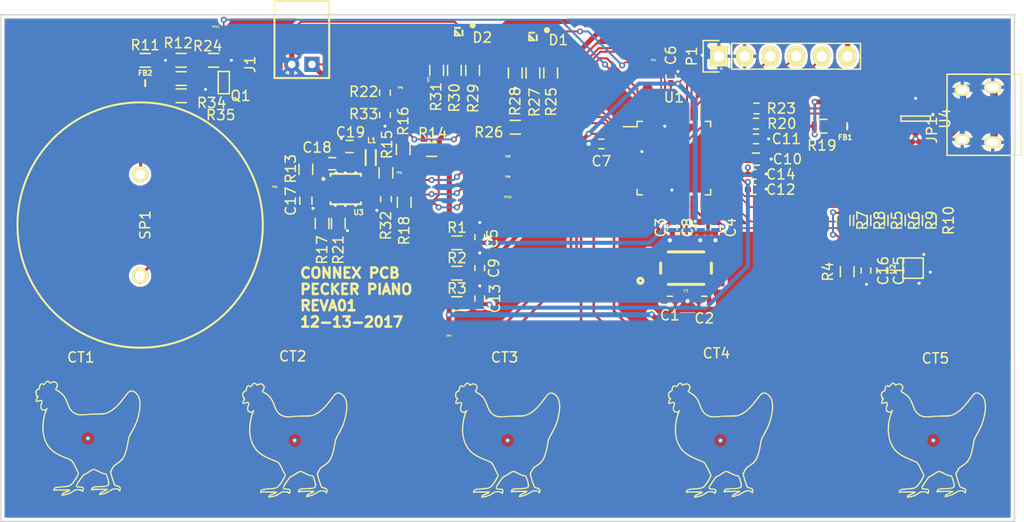
<source format=kicad_pcb>
(kicad_pcb (version 4) (host pcbnew 4.0.2+dfsg1-stable)
  (layers (0 F.Cu signal) (31 B.Cu signal) (34 B.Paste user) (35 F.Paste user) (36 B.SilkS user) (37 F.SilkS user) (38 B.Mask user) (39 F.Mask user) (44 Edge.Cuts user))
  (net 0 "")
  (net 1 "Net-(C1-Pad1)")
  (net 2 GND)
  (net 3 "Net-(C2-Pad1)")
  (net 4 /USB_VREG_IN)
  (net 5 /USB_VREG_OUT)
  (net 6 "Net-(C14-Pad1)")
  (net 7 /PWR_ACCEL_3V3)
  (net 8 /BATT_CONN_OUTPUT)
  (net 9 /REG_OUTPUT_3V3)
  (net 10 /CAP_TOUCH1)
  (net 11 "Net-(FB1-Pad2)")
  (net 12 /USB_DM_CONN)
  (net 13 /USB_DP_CONN)
  (net 14 "Net-(L1-Pad1)")
  (net 15 /BOOT_RX)
  (net 16 /BOOT_TX)
  (net 17 /RESETn)
  (net 18 +3V3)
  (net 19 /EN_CHRG)
  (net 20 /EN_BUCK)
  (net 21 /MODE)
  (net 22 "Net-(R5-Pad2)")
  (net 23 "Net-(R6-Pad2)")
  (net 24 /ACCEL_INT1)
  (net 25 /ACCEL_INT2)
  (net 26 /ACCEL_SDA)
  (net 27 /ACCEL_SCL)
  (net 28 "Net-(R15-Pad1)")
  (net 29 /USB_DM_MCU)
  (net 30 "Net-(R21-Pad2)")
  (net 31 /USB_DP_MCU)
  (net 32 /CAP_TOUCH2)
  (net 33 /CAP_TOUCH3)
  (net 34 /CAP_TOUCH4)
  (net 35 /CAP_TOUCH5)
  (net 36 "Net-(U1-Pad11)")
  (net 37 "Net-(U1-Pad12)")
  (net 38 "Net-(U1-Pad13)")
  (net 39 "Net-(U1-Pad14)")
  (net 40 "Net-(U1-Pad15)")
  (net 41 "Net-(U1-Pad17)")
  (net 42 "Net-(U1-Pad30)")
  (net 43 "Net-(U1-Pad31)")
  (net 44 "Net-(U1-Pad32)")
  (net 45 "Net-(U1-Pad41)")
  (net 46 "Net-(U1-Pad42)")
  (net 47 /UART_TX)
  (net 48 /UART_RX)
  (net 49 /BATT_ADC)
  (net 50 "Net-(U4-Pad3)")
  (net 51 "Net-(U4-Pad4)")
  (net 52 /PWR_AVDD)
  (net 53 /PWR_IOVDD)
  (net 54 /PWR_VDD_DREG)
  (net 55 "Net-(D1-Pad4)")
  (net 56 "Net-(D1-Pad2)")
  (net 57 "Net-(D1-Pad3)")
  (net 58 "Net-(D2-Pad4)")
  (net 59 "Net-(D2-Pad2)")
  (net 60 "Net-(D2-Pad3)")
  (net 61 "Net-(FB2-Pad1)")
  (net 62 "Net-(FB2-Pad2)")
  (net 63 "Net-(Q1-Pad1)")
  (net 64 "Net-(Q1-Pad3)")
  (net 65 /PIEZO_PWM_MCU)
  (net 66 "Net-(R29-Pad2)")
  (net 67 /USB_VBUS_CONN)
  (net 68 /USB_VBUS_IN)
  (net 69 /STAT_LED_R)
  (net 70 /STAT_LED_B)
  (net 71 /EN_BUCK_MCU)
  (module connex_logo:chicken_outline_12mmx15mm (layer F.Cu) (at 142 92)
    (fp_text reference G*** hide)
    (fp_text value LOGO hide)
  )
  (module connex_logo:chicken_outline_12mmx15mm (layer F.Cu) (at 121 92)
    (fp_text reference G*** hide)
    (fp_text value LOGO hide)
  )
  (module connex_logo:chicken_outline_12mmx15mm (layer F.Cu) (at 100 92)
    (fp_text reference G*** hide)
    (fp_text value LOGO hide)
  )
  (module connex_logo:chicken_outline_12mmx15mm (layer F.Cu) (at 79 92)
    (fp_text reference G*** hide)
    (fp_text value LOGO hide)
  )
  (module Capacitors_SMD:C_0402 (layer F.Cu) (at 116 78.25)
    (fp_text reference C1 (at 0 1.4) (layer F.SilkS))
    (fp_text value CONNEX-SMD-CAP-30PF-0402)
    (pad 1 smd rect (at -0.55 0) (size 0.6 0.5) (layers F.Cu F.Paste F.Mask) (net 1 "Net-(C1-Pad1)"))
    (pad 2 smd rect (at 0.55 0) (size 0.6 0.5) (layers F.Cu F.Paste F.Mask) (net 2 GND))
  )
  (module Capacitors_SMD:C_0402 (layer F.Cu) (at 119.4 78.25 180)
    (fp_text reference C2 (at 0 -1.7 180) (layer F.SilkS))
    (fp_text value CONNEX-SMD-CAP-30PF-0402)
    (pad 1 smd rect (at -0.55 0 180) (size 0.6 0.5) (layers F.Cu F.Paste F.Mask) (net 3 "Net-(C2-Pad1)"))
    (pad 2 smd rect (at 0.55 0 180) (size 0.6 0.5) (layers F.Cu F.Paste F.Mask) (net 2 GND))
  )
  (module Capacitors_SMD:C_0402 (layer F.Cu) (at 116.25 70.95 270)
    (fp_text reference C3 (at 0.05 1.15 270) (layer F.SilkS))
    (fp_text value CONNEX-SMD-CAP-10NF-0402)
    (pad 1 smd rect (at -0.55 0 270) (size 0.6 0.5) (layers F.Cu F.Paste F.Mask) (net 52 /PWR_AVDD))
    (pad 2 smd rect (at 0.55 0 270) (size 0.6 0.5) (layers F.Cu F.Paste F.Mask) (net 2 GND))
  )
  (module Capacitors_SMD:C_0402 (layer F.Cu) (at 120.5 71 270)
    (fp_text reference C4 (at 0 -1.5 270) (layer F.SilkS))
    (fp_text value CONNEX-SMD-CAP-10NF-0402)
    (pad 1 smd rect (at -0.55 0 270) (size 0.6 0.5) (layers F.Cu F.Paste F.Mask) (net 52 /PWR_AVDD))
    (pad 2 smd rect (at 0.55 0 270) (size 0.6 0.5) (layers F.Cu F.Paste F.Mask) (net 2 GND))
  )
  (module Capacitors_SMD:C_0402 (layer F.Cu) (at 97.25 71.95 90)
    (fp_text reference C5 (at -0.15 1.25 90) (layer F.SilkS))
    (fp_text value CONNEX-SMD-CAP-10UF-0402)
    (pad 1 smd rect (at -0.55 0 90) (size 0.6 0.5) (layers F.Cu F.Paste F.Mask) (net 52 /PWR_AVDD))
    (pad 2 smd rect (at 0.55 0 90) (size 0.6 0.5) (layers F.Cu F.Paste F.Mask) (net 2 GND))
  )
  (module Capacitors_SMD:C_0402 (layer F.Cu) (at 116.1 56.2 90)
    (fp_text reference C6 (at 2.2 0 90) (layer F.SilkS))
    (fp_text value CONNEX-SMD-CAP-100NF-0402)
    (pad 1 smd rect (at -0.55 0 90) (size 0.6 0.5) (layers F.Cu F.Paste F.Mask) (net 53 /PWR_IOVDD))
    (pad 2 smd rect (at 0.55 0 90) (size 0.6 0.5) (layers F.Cu F.Paste F.Mask) (net 2 GND))
  )
  (module Capacitors_SMD:C_0402 (layer F.Cu) (at 109.25 62.75 180)
    (fp_text reference C7 (at 0 -1.7 180) (layer F.SilkS))
    (fp_text value CONNEX-SMD-CAP-100NF-0402)
    (pad 1 smd rect (at -0.55 0 180) (size 0.6 0.5) (layers F.Cu F.Paste F.Mask) (net 53 /PWR_IOVDD))
    (pad 2 smd rect (at 0.55 0 180) (size 0.6 0.5) (layers F.Cu F.Paste F.Mask) (net 2 GND))
  )
  (module Capacitors_SMD:C_0402 (layer F.Cu) (at 119.05 71 270)
    (fp_text reference C8 (at 0 1.3 270) (layer F.SilkS))
    (fp_text value CONNEX-SMD-CAP-100NF-0402)
    (pad 1 smd rect (at -0.55 0 270) (size 0.6 0.5) (layers F.Cu F.Paste F.Mask) (net 53 /PWR_IOVDD))
    (pad 2 smd rect (at 0.55 0 270) (size 0.6 0.5) (layers F.Cu F.Paste F.Mask) (net 2 GND))
  )
  (module Capacitors_SMD:C_0402 (layer F.Cu) (at 97.25 75 90)
    (fp_text reference C9 (at 0 1.4 90) (layer F.SilkS))
    (fp_text value CONNEX-SMD-CAP-10UF-0402)
    (pad 1 smd rect (at -0.55 0 90) (size 0.6 0.5) (layers F.Cu F.Paste F.Mask) (net 53 /PWR_IOVDD))
    (pad 2 smd rect (at 0.55 0 90) (size 0.6 0.5) (layers F.Cu F.Paste F.Mask) (net 2 GND))
  )
  (module Capacitors_SMD:C_0603 (layer F.Cu) (at 124.5 64.25)
    (fp_text reference C10 (at 3.1 0) (layer F.SilkS))
    (fp_text value CONNEX-SMD-CAP-4700NF-0603)
    (pad 1 smd rect (at -0.75 0) (size 0.8 0.75) (layers F.Cu F.Paste F.Mask) (net 68 /USB_VBUS_IN))
    (pad 2 smd rect (at 0.75 0) (size 0.8 0.75) (layers F.Cu F.Paste F.Mask) (net 2 GND))
  )
  (module Capacitors_SMD:C_0402 (layer F.Cu) (at 124.5 62.25)
    (fp_text reference C11 (at 3 0) (layer F.SilkS))
    (fp_text value CONNEX-SMD-CAP-1UF-0402)
    (pad 1 smd rect (at -0.55 0) (size 0.6 0.5) (layers F.Cu F.Paste F.Mask) (net 5 /USB_VREG_OUT))
    (pad 2 smd rect (at 0.55 0) (size 0.6 0.5) (layers F.Cu F.Paste F.Mask) (net 2 GND))
  )
  (module Capacitors_SMD:C_0402 (layer F.Cu) (at 124.25 67.25)
    (fp_text reference C12 (at 2.7 0) (layer F.SilkS))
    (fp_text value CONNEX-SMD-CAP-100NF-0402)
    (pad 1 smd rect (at -0.55 0) (size 0.6 0.5) (layers F.Cu F.Paste F.Mask) (net 54 /PWR_VDD_DREG))
    (pad 2 smd rect (at 0.55 0) (size 0.6 0.5) (layers F.Cu F.Paste F.Mask) (net 2 GND))
  )
  (module Capacitors_SMD:C_0402 (layer F.Cu) (at 97.25 78 90)
    (fp_text reference C13 (at 0 1.5 90) (layer F.SilkS))
    (fp_text value CONNEX-SMD-CAP-10UF-0402)
    (pad 1 smd rect (at -0.55 0 90) (size 0.6 0.5) (layers F.Cu F.Paste F.Mask) (net 54 /PWR_VDD_DREG))
    (pad 2 smd rect (at 0.55 0 90) (size 0.6 0.5) (layers F.Cu F.Paste F.Mask) (net 2 GND))
  )
  (module Capacitors_SMD:C_0402 (layer F.Cu) (at 124.25 65.75)
    (fp_text reference C14 (at 2.7 0) (layer F.SilkS))
    (fp_text value CONNEX-SMD-CAP-1UF-0402)
    (pad 1 smd rect (at -0.55 0) (size 0.6 0.5) (layers F.Cu F.Paste F.Mask) (net 6 "Net-(C14-Pad1)"))
    (pad 2 smd rect (at 0.55 0) (size 0.6 0.5) (layers F.Cu F.Paste F.Mask) (net 2 GND))
  )
  (module Capacitors_SMD:C_0402 (layer F.Cu) (at 136.9 75.25 270)
    (fp_text reference C15 (at 0 -1.7 270) (layer F.SilkS))
    (fp_text value CONNEX-SMD-CAP-100NF-0402)
    (pad 1 smd rect (at -0.55 0 270) (size 0.6 0.5) (layers F.Cu F.Paste F.Mask) (net 7 /PWR_ACCEL_3V3))
    (pad 2 smd rect (at 0.55 0 270) (size 0.6 0.5) (layers F.Cu F.Paste F.Mask) (net 2 GND))
  )
  (module Capacitors_SMD:C_0402 (layer F.Cu) (at 135.35 75.25 270)
    (fp_text reference C16 (at 0 -1.7 270) (layer F.SilkS))
    (fp_text value CONNEX-SMD-CAP-10UF-0402)
    (pad 1 smd rect (at -0.55 0 270) (size 0.6 0.5) (layers F.Cu F.Paste F.Mask) (net 7 /PWR_ACCEL_3V3))
    (pad 2 smd rect (at 0.55 0 270) (size 0.6 0.5) (layers F.Cu F.Paste F.Mask) (net 2 GND))
  )
  (module Capacitors_SMD:C_0603 (layer F.Cu) (at 80.1 68.35 270)
    (fp_text reference C17 (at 0.05 1.5 270) (layer F.SilkS))
    (fp_text value CONNEX-SMD-CAP-4700NF-0603)
    (pad 1 smd rect (at -0.75 0 270) (size 0.8 0.75) (layers F.Cu F.Paste F.Mask) (net 4 /USB_VREG_IN))
    (pad 2 smd rect (at 0.75 0 270) (size 0.8 0.75) (layers F.Cu F.Paste F.Mask) (net 2 GND))
  )
  (module Capacitors_SMD:C_0603 (layer F.Cu) (at 82.7 64.7 180)
    (fp_text reference C18 (at 1.5 1.6 180) (layer F.SilkS))
    (fp_text value CONNEX-SMD-CAP-4700NF-0603)
    (pad 1 smd rect (at -0.75 0 180) (size 0.8 0.75) (layers F.Cu F.Paste F.Mask) (net 2 GND))
    (pad 2 smd rect (at 0.75 0 180) (size 0.8 0.75) (layers F.Cu F.Paste F.Mask) (net 8 /BATT_CONN_OUTPUT))
  )
  (module Capacitors_SMD:C_0603 (layer F.Cu) (at 84.4 63)
    (fp_text reference C19 (at 0.1 -1.4) (layer F.SilkS))
    (fp_text value CONNEX-SMD-CAP-4700NF-0603)
    (pad 1 smd rect (at -0.75 0) (size 0.8 0.75) (layers F.Cu F.Paste F.Mask) (net 2 GND))
    (pad 2 smd rect (at 0.75 0) (size 0.8 0.75) (layers F.Cu F.Paste F.Mask) (net 9 /REG_OUTPUT_3V3))
  )
  (module connex_inductor:L_0402 (layer F.Cu) (at 133.5 61 180)
    (fp_text reference FB1 (at 0.2 -1.1 180) (layer F.SilkS) (effects (font (size 0.5 0.5) (thickness 0.125))))
    (fp_text value CONNEX-SMD-FERRITE-BEAD-300MA-BLM15AG102SN1D hide)
    (pad 1 smd rect (at -0.45 0 180) (size 0.4 0.6) (layers F.Cu F.Paste F.Mask) (net 67 /USB_VBUS_CONN))
    (pad 2 smd rect (at 0.45 0 180) (size 0.4 0.6) (layers F.Cu F.Paste F.Mask) (net 11 "Net-(FB1-Pad2)"))
  )
  (module Connect:USB_Micro-B_10103594-0001LF (layer F.Cu) (at 146.475 59.875 90)
    (fp_text reference JP1 (at -1.5 -4.625 90) (layer F.SilkS))
    (fp_text value connex_usb_micro_b_10103594-0001LF)
    (pad 1 smd rect (at -1.3 -1.5 180) (size 1.65 0.4) (layers F.Cu F.Paste F.Mask) (net 67 /USB_VBUS_CONN))
    (pad 2 smd rect (at -0.65 -1.5 180) (size 1.65 0.4) (layers F.Cu F.Paste F.Mask) (net 12 /USB_DM_CONN))
    (pad 3 smd rect (at -0.0009 -1.5 180) (size 1.65 0.4) (layers F.Cu F.Paste F.Mask) (net 13 /USB_DP_CONN))
    (pad 4 smd rect (at 0.65 -1.5 180) (size 1.65 0.4) (layers F.Cu F.Paste F.Mask) (net 2 GND))
    (pad 5 smd rect (at 1.3 -1.5 180) (size 1.65 0.4) (layers F.Cu F.Paste F.Mask) (net 2 GND))
    (pad 6 thru_hole oval (at -2.425 -1.625 180) (size 1.5 1.1) (drill oval 1.05 0.65) (layers *.Cu *.Mask F.SilkS) (net 2 GND))
    (pad 6 thru_hole oval (at 2.425 -1.625 180) (size 1.5 1.1) (drill oval 1.05 0.65) (layers *.Cu *.Mask F.SilkS) (net 2 GND))
    (pad 6 thru_hole oval (at -2.725 1.375 180) (size 1.7 1.2) (drill oval 1.2 0.7) (layers *.Cu *.Mask F.SilkS) (net 2 GND))
    (pad 6 thru_hole oval (at 2.725 1.375 180) (size 1.7 1.2) (drill oval 1.2 0.7) (layers *.Cu *.Mask F.SilkS) (net 2 GND))
    (pad 6 smd rect (at -0.9625 1.625 180) (size 2.5 1.425) (layers F.Cu F.Paste F.Mask) (net 2 GND))
    (pad 6 smd rect (at 0.9625 1.625 180) (size 2.5 1.425) (layers F.Cu F.Paste F.Mask) (net 2 GND))
  )
  (module connex_inductor:L_0603 (layer F.Cu) (at 86.5 64.1 90)
    (fp_text reference L1 (at 1.7 0.1 180) (layer F.SilkS) (effects (font (size 0.5 0.5) (thickness 0.125))))
    (fp_text value CONNEX-SMD-INDUCTOR-6R8M-0603 hide)
    (pad 1 smd rect (at -0.7 0 90) (size 0.7 0.7) (layers F.Cu F.Paste F.Mask) (net 14 "Net-(L1-Pad1)"))
    (pad 2 smd rect (at 0.7 0 90) (size 0.7 0.7) (layers F.Cu F.Paste F.Mask) (net 9 /REG_OUTPUT_3V3))
  )
  (module Pin_Headers:Pin_Header_Straight_1x06 (layer F.Cu) (at 120.84 54.1 90)
    (fp_text reference P1 (at 0 -2.67 90) (layer F.SilkS))
    (fp_text value CONN_01X06_M50-3530642)
    (pad 1 thru_hole rect (at 0 0 90) (size 2.032 1.7272) (drill 1.016) (layers *.Cu *.Mask F.SilkS) (net 2 GND))
    (pad 2 thru_hole oval (at 0 2.54 90) (size 2.032 1.7272) (drill 1.016) (layers *.Cu *.Mask F.SilkS) (net 2 GND))
    (pad 3 thru_hole oval (at 0 5.08 90) (size 2.032 1.7272) (drill 1.016) (layers *.Cu *.Mask F.SilkS) (net 15 /BOOT_RX))
    (pad 4 thru_hole oval (at 0 7.62 90) (size 2.032 1.7272) (drill 1.016) (layers *.Cu *.Mask F.SilkS) (net 16 /BOOT_TX))
    (pad 5 thru_hole oval (at 0 10.16 90) (size 2.032 1.7272) (drill 1.016) (layers *.Cu *.Mask F.SilkS) (net 17 /RESETn))
    (pad 6 thru_hole oval (at 0 12.7 90) (size 2.032 1.7272) (drill 1.016) (layers *.Cu *.Mask F.SilkS) (net 18 +3V3))
  )
  (module Resistors_SMD:R_0603 (layer F.Cu) (at 95 72.5 180)
    (fp_text reference R1 (at 0 1.5 180) (layer F.SilkS))
    (fp_text value CONNEX-SMD-RES-0-0603)
    (pad 1 smd rect (at -0.75 0 180) (size 0.5 0.9) (layers F.Cu F.Paste F.Mask) (net 52 /PWR_AVDD))
    (pad 2 smd rect (at 0.75 0 180) (size 0.5 0.9) (layers F.Cu F.Paste F.Mask) (net 18 +3V3))
  )
  (module Resistors_SMD:R_0603 (layer F.Cu) (at 95 75.5 180)
    (fp_text reference R2 (at 0 1.5 180) (layer F.SilkS))
    (fp_text value CONNEX-SMD-RES-0-0603)
    (pad 1 smd rect (at -0.75 0 180) (size 0.5 0.9) (layers F.Cu F.Paste F.Mask) (net 53 /PWR_IOVDD))
    (pad 2 smd rect (at 0.75 0 180) (size 0.5 0.9) (layers F.Cu F.Paste F.Mask) (net 18 +3V3))
  )
  (module Resistors_SMD:R_0603 (layer F.Cu) (at 95 78.5 180)
    (fp_text reference R3 (at 0 1.5 180) (layer F.SilkS))
    (fp_text value CONNEX-SMD-RES-0-0603)
    (pad 1 smd rect (at -0.75 0 180) (size 0.5 0.9) (layers F.Cu F.Paste F.Mask) (net 54 /PWR_VDD_DREG))
    (pad 2 smd rect (at 0.75 0 180) (size 0.5 0.9) (layers F.Cu F.Paste F.Mask) (net 18 +3V3))
  )
  (module Resistors_SMD:R_0603 (layer F.Cu) (at 133.5 75.35 90)
    (fp_text reference R4 (at 0 -1.9 90) (layer F.SilkS))
    (fp_text value CONNEX-SMD-RES-0-0603)
    (pad 1 smd rect (at -0.75 0 90) (size 0.5 0.9) (layers F.Cu F.Paste F.Mask) (net 18 +3V3))
    (pad 2 smd rect (at 0.75 0 90) (size 0.5 0.9) (layers F.Cu F.Paste F.Mask) (net 7 /PWR_ACCEL_3V3))
  )
  (module Resistors_SMD:R_0603 (layer F.Cu) (at 136.5 70.3 270)
    (fp_text reference R5 (at 0 -1.9 270) (layer F.SilkS))
    (fp_text value CONNEX-SMD-RES-10K-0603)
    (pad 1 smd rect (at -0.75 0 270) (size 0.5 0.9) (layers F.Cu F.Paste F.Mask) (net 7 /PWR_ACCEL_3V3))
    (pad 2 smd rect (at 0.75 0 270) (size 0.5 0.9) (layers F.Cu F.Paste F.Mask) (net 22 "Net-(R5-Pad2)"))
  )
  (module Resistors_SMD:R_0603 (layer F.Cu) (at 138.2 70.3 270)
    (fp_text reference R6 (at 0 -1.9 270) (layer F.SilkS))
    (fp_text value CONNEX-SMD-RES-10K-0603)
    (pad 1 smd rect (at -0.75 0 270) (size 0.5 0.9) (layers F.Cu F.Paste F.Mask) (net 7 /PWR_ACCEL_3V3))
    (pad 2 smd rect (at 0.75 0 270) (size 0.5 0.9) (layers F.Cu F.Paste F.Mask) (net 23 "Net-(R6-Pad2)"))
  )
  (module Resistors_SMD:R_0603 (layer F.Cu) (at 133.1 70.3 270)
    (fp_text reference R7 (at 0 -1.9 270) (layer F.SilkS))
    (fp_text value CONNEX-SMD-RES-10K-0603)
    (pad 1 smd rect (at -0.75 0 270) (size 0.5 0.9) (layers F.Cu F.Paste F.Mask) (net 7 /PWR_ACCEL_3V3))
    (pad 2 smd rect (at 0.75 0 270) (size 0.5 0.9) (layers F.Cu F.Paste F.Mask) (net 24 /ACCEL_INT1))
  )
  (module Resistors_SMD:R_0603 (layer F.Cu) (at 134.8 70.3 270)
    (fp_text reference R8 (at 0 -1.9 270) (layer F.SilkS))
    (fp_text value CONNEX-SMD-RES-10K-0603)
    (pad 1 smd rect (at -0.75 0 270) (size 0.5 0.9) (layers F.Cu F.Paste F.Mask) (net 7 /PWR_ACCEL_3V3))
    (pad 2 smd rect (at 0.75 0 270) (size 0.5 0.9) (layers F.Cu F.Paste F.Mask) (net 25 /ACCEL_INT2))
  )
  (module Resistors_SMD:R_0603 (layer F.Cu) (at 139.9 70.3 270)
    (fp_text reference R9 (at 0 -1.9 270) (layer F.SilkS))
    (fp_text value CONNEX-SMD-RES-10K-0603)
    (pad 1 smd rect (at -0.75 0 270) (size 0.5 0.9) (layers F.Cu F.Paste F.Mask) (net 7 /PWR_ACCEL_3V3))
    (pad 2 smd rect (at 0.75 0 270) (size 0.5 0.9) (layers F.Cu F.Paste F.Mask) (net 26 /ACCEL_SDA))
  )
  (module Resistors_SMD:R_0603 (layer F.Cu) (at 141.6 70.3 270)
    (fp_text reference R10 (at 0 -1.9 270) (layer F.SilkS))
    (fp_text value CONNEX-SMD-RES-10K-0603)
    (pad 1 smd rect (at -0.75 0 270) (size 0.5 0.9) (layers F.Cu F.Paste F.Mask) (net 7 /PWR_ACCEL_3V3))
    (pad 2 smd rect (at 0.75 0 270) (size 0.5 0.9) (layers F.Cu F.Paste F.Mask) (net 27 /ACCEL_SCL))
  )
  (module Resistors_SMD:R_0603 (layer F.Cu) (at 64.25 54.5)
    (fp_text reference R11 (at 0 -1.5) (layer F.SilkS))
    (fp_text value CONNEX-SMD-RES-0-0603)
    (pad 1 smd rect (at -0.75 0) (size 0.5 0.9) (layers F.Cu F.Paste F.Mask) (net 18 +3V3))
    (pad 2 smd rect (at 0.75 0) (size 0.5 0.9) (layers F.Cu F.Paste F.Mask) (net 61 "Net-(FB2-Pad1)"))
  )
  (module Resistors_SMD:R_0603 (layer F.Cu) (at 80.1 65.25 270)
    (fp_text reference R13 (at -0.05 1.5 270) (layer F.SilkS))
    (fp_text value SMD-RES-0R-1_4W_0603_)
    (pad 1 smd rect (at -0.75 0 270) (size 0.5 0.9) (layers F.Cu F.Paste F.Mask) (net 68 /USB_VBUS_IN))
    (pad 2 smd rect (at 0.75 0 270) (size 0.5 0.9) (layers F.Cu F.Paste F.Mask) (net 4 /USB_VREG_IN))
  )
  (module Resistors_SMD:R_0603 (layer F.Cu) (at 92.5 63.3)
    (fp_text reference R14 (at 0.1 -1.6) (layer F.SilkS))
    (fp_text value SMD-RES-0R-1_4W_0603_)
    (pad 1 smd rect (at -0.75 0) (size 0.5 0.9) (layers F.Cu F.Paste F.Mask) (net 9 /REG_OUTPUT_3V3))
    (pad 2 smd rect (at 0.75 0) (size 0.5 0.9) (layers F.Cu F.Paste F.Mask) (net 18 +3V3))
  )
  (module Resistors_SMD:R_0603 (layer F.Cu) (at 88 65.6 90)
    (fp_text reference R15 (at 2.8 0.1 90) (layer F.SilkS))
    (fp_text value CONNEX-SMD-RES-1M-0603)
    (pad 1 smd rect (at -0.75 0 90) (size 0.5 0.9) (layers F.Cu F.Paste F.Mask) (net 28 "Net-(R15-Pad1)"))
    (pad 2 smd rect (at 0.75 0 90) (size 0.5 0.9) (layers F.Cu F.Paste F.Mask) (net 9 /REG_OUTPUT_3V3))
  )
  (module Resistors_SMD:R_0603 (layer F.Cu) (at 89.7 63.3 90)
    (fp_text reference R16 (at 2.8 0 90) (layer F.SilkS))
    (fp_text value SMD-RES-10K-1%-1_10W_0603_)
    (pad 1 smd rect (at -0.75 0 90) (size 0.5 0.9) (layers F.Cu F.Paste F.Mask) (net 20 /EN_BUCK))
    (pad 2 smd rect (at 0.75 0 90) (size 0.5 0.9) (layers F.Cu F.Paste F.Mask) (net 8 /BATT_CONN_OUTPUT))
  )
  (module Resistors_SMD:R_0603 (layer F.Cu) (at 81.7 70.6 270)
    (fp_text reference R17 (at 2.6 0 270) (layer F.SilkS))
    (fp_text value SMD-RES-10K-1%-1_10W_0603_)
    (pad 1 smd rect (at -0.75 0 270) (size 0.5 0.9) (layers F.Cu F.Paste F.Mask) (net 19 /EN_CHRG))
    (pad 2 smd rect (at 0.75 0 270) (size 0.5 0.9) (layers F.Cu F.Paste F.Mask) (net 2 GND))
  )
  (module Resistors_SMD:R_0603 (layer F.Cu) (at 89.8 68.5 270)
    (fp_text reference R18 (at 2.8 0 270) (layer F.SilkS))
    (fp_text value SMD-RES-10K-1%-1_10W_0603_)
    (pad 1 smd rect (at -0.75 0 270) (size 0.5 0.9) (layers F.Cu F.Paste F.Mask) (net 21 /MODE))
    (pad 2 smd rect (at 0.75 0 270) (size 0.5 0.9) (layers F.Cu F.Paste F.Mask) (net 2 GND))
  )
  (module Resistors_SMD:R_0603 (layer F.Cu) (at 131 61 180)
    (fp_text reference R19 (at 0 -1.9 180) (layer F.SilkS))
    (fp_text value SMD-RES-0R-1_4W_0603_)
    (pad 1 smd rect (at -0.75 0 180) (size 0.5 0.9) (layers F.Cu F.Paste F.Mask) (net 11 "Net-(FB1-Pad2)"))
    (pad 2 smd rect (at 0.75 0 180) (size 0.5 0.9) (layers F.Cu F.Paste F.Mask) (net 68 /USB_VBUS_IN))
  )
  (module Resistors_SMD:R_0402 (layer F.Cu) (at 124.5 60.75 180)
    (fp_text reference R20 (at -2.55 0 180) (layer F.SilkS))
    (fp_text value CONNEX-SMD-RES-33-0402)
    (pad 1 smd rect (at -0.45 0 180) (size 0.4 0.6) (layers F.Cu F.Paste F.Mask) (net 12 /USB_DM_CONN))
    (pad 2 smd rect (at 0.45 0 180) (size 0.4 0.6) (layers F.Cu F.Paste F.Mask) (net 29 /USB_DM_MCU))
  )
  (module Resistors_SMD:R_0603 (layer F.Cu) (at 83.3 70.6 90)
    (fp_text reference R21 (at -2.6 0 90) (layer F.SilkS))
    (fp_text value CONNEX-SMD-RES-4K02-0603)
    (pad 1 smd rect (at -0.75 0 90) (size 0.5 0.9) (layers F.Cu F.Paste F.Mask) (net 2 GND))
    (pad 2 smd rect (at 0.75 0 90) (size 0.5 0.9) (layers F.Cu F.Paste F.Mask) (net 30 "Net-(R21-Pad2)"))
  )
  (module Resistors_SMD:R_0402 (layer F.Cu) (at 124.55 59.25 180)
    (fp_text reference R23 (at -2.45 0 180) (layer F.SilkS))
    (fp_text value CONNEX-SMD-RES-33-0402)
    (pad 1 smd rect (at -0.45 0 180) (size 0.4 0.6) (layers F.Cu F.Paste F.Mask) (net 13 /USB_DP_CONN))
    (pad 2 smd rect (at 0.45 0 180) (size 0.4 0.6) (layers F.Cu F.Paste F.Mask) (net 31 /USB_DP_MCU))
  )
  (module Housings_QFP:TQFP-48_7x7mm_Pitch0.5mm (layer F.Cu) (at 116.4 64.15)
    (fp_text reference U1 (at 0 -6) (layer F.SilkS))
    (fp_text value connex_EFM32HG322F64G-B-QFP48)
    (pad 1 smd rect (at -4.35 -2.75) (size 1.3 0.25) (layers F.Cu F.Paste F.Mask) (net 71 /EN_BUCK_MCU))
    (pad 2 smd rect (at -4.35 -2.25) (size 1.3 0.25) (layers F.Cu F.Paste F.Mask) (net 21 /MODE))
    (pad 3 smd rect (at -4.35 -1.75) (size 1.3 0.25) (layers F.Cu F.Paste F.Mask) (net 19 /EN_CHRG))
    (pad 4 smd rect (at -4.35 -1.25) (size 1.3 0.25) (layers F.Cu F.Paste F.Mask) (net 53 /PWR_IOVDD))
    (pad 5 smd rect (at -4.35 -0.75) (size 1.3 0.25) (layers F.Cu F.Paste F.Mask) (net 2 GND))
    (pad 6 smd rect (at -4.35 -0.25) (size 1.3 0.25) (layers F.Cu F.Paste F.Mask) (net 10 /CAP_TOUCH1))
    (pad 7 smd rect (at -4.35 0.25) (size 1.3 0.25) (layers F.Cu F.Paste F.Mask) (net 32 /CAP_TOUCH2))
    (pad 8 smd rect (at -4.35 0.75) (size 1.3 0.25) (layers F.Cu F.Paste F.Mask) (net 33 /CAP_TOUCH3))
    (pad 9 smd rect (at -4.35 1.25) (size 1.3 0.25) (layers F.Cu F.Paste F.Mask) (net 34 /CAP_TOUCH4))
    (pad 10 smd rect (at -4.35 1.75) (size 1.3 0.25) (layers F.Cu F.Paste F.Mask) (net 35 /CAP_TOUCH5))
    (pad 11 smd rect (at -4.35 2.25) (size 1.3 0.25) (layers F.Cu F.Paste F.Mask) (net 36 "Net-(U1-Pad11)"))
    (pad 12 smd rect (at -4.35 2.75) (size 1.3 0.25) (layers F.Cu F.Paste F.Mask) (net 37 "Net-(U1-Pad12)"))
    (pad 13 smd rect (at -2.75 4.35 90) (size 1.3 0.25) (layers F.Cu F.Paste F.Mask) (net 38 "Net-(U1-Pad13)"))
    (pad 14 smd rect (at -2.25 4.35 90) (size 1.3 0.25) (layers F.Cu F.Paste F.Mask) (net 39 "Net-(U1-Pad14)"))
    (pad 15 smd rect (at -1.75 4.35 90) (size 1.3 0.25) (layers F.Cu F.Paste F.Mask) (net 40 "Net-(U1-Pad15)"))
    (pad 16 smd rect (at -1.25 4.35 90) (size 1.3 0.25) (layers F.Cu F.Paste F.Mask) (net 17 /RESETn))
    (pad 17 smd rect (at -0.75 4.35 90) (size 1.3 0.25) (layers F.Cu F.Paste F.Mask) (net 41 "Net-(U1-Pad17)"))
    (pad 18 smd rect (at -0.25 4.35 90) (size 1.3 0.25) (layers F.Cu F.Paste F.Mask) (net 2 GND))
    (pad 19 smd rect (at 0.25 4.35 90) (size 1.3 0.25) (layers F.Cu F.Paste F.Mask) (net 52 /PWR_AVDD))
    (pad 20 smd rect (at 0.75 4.35 90) (size 1.3 0.25) (layers F.Cu F.Paste F.Mask) (net 1 "Net-(C1-Pad1)"))
    (pad 21 smd rect (at 1.25 4.35 90) (size 1.3 0.25) (layers F.Cu F.Paste F.Mask) (net 3 "Net-(C2-Pad1)"))
    (pad 22 smd rect (at 1.75 4.35 90) (size 1.3 0.25) (layers F.Cu F.Paste F.Mask) (net 53 /PWR_IOVDD))
    (pad 23 smd rect (at 2.25 4.35 90) (size 1.3 0.25) (layers F.Cu F.Paste F.Mask) (net 52 /PWR_AVDD))
    (pad 24 smd rect (at 2.75 4.35 90) (size 1.3 0.25) (layers F.Cu F.Paste F.Mask) (net 24 /ACCEL_INT1))
    (pad 25 smd rect (at 4.35 2.75) (size 1.3 0.25) (layers F.Cu F.Paste F.Mask) (net 25 /ACCEL_INT2))
    (pad 26 smd rect (at 4.35 2.25) (size 1.3 0.25) (layers F.Cu F.Paste F.Mask) (net 26 /ACCEL_SDA))
    (pad 27 smd rect (at 4.35 1.75) (size 1.3 0.25) (layers F.Cu F.Paste F.Mask) (net 27 /ACCEL_SCL))
    (pad 28 smd rect (at 4.35 1.25) (size 1.3 0.25) (layers F.Cu F.Paste F.Mask) (net 54 /PWR_VDD_DREG))
    (pad 29 smd rect (at 4.35 0.75) (size 1.3 0.25) (layers F.Cu F.Paste F.Mask) (net 6 "Net-(C14-Pad1)"))
    (pad 30 smd rect (at 4.35 0.25) (size 1.3 0.25) (layers F.Cu F.Paste F.Mask) (net 42 "Net-(U1-Pad30)"))
    (pad 31 smd rect (at 4.35 -0.25) (size 1.3 0.25) (layers F.Cu F.Paste F.Mask) (net 43 "Net-(U1-Pad31)"))
    (pad 32 smd rect (at 4.35 -0.75) (size 1.3 0.25) (layers F.Cu F.Paste F.Mask) (net 44 "Net-(U1-Pad32)"))
    (pad 33 smd rect (at 4.35 -1.25) (size 1.3 0.25) (layers F.Cu F.Paste F.Mask) (net 68 /USB_VBUS_IN))
    (pad 34 smd rect (at 4.35 -1.75) (size 1.3 0.25) (layers F.Cu F.Paste F.Mask) (net 5 /USB_VREG_OUT))
    (pad 35 smd rect (at 4.35 -2.25) (size 1.3 0.25) (layers F.Cu F.Paste F.Mask) (net 29 /USB_DM_MCU))
    (pad 36 smd rect (at 4.35 -2.75) (size 1.3 0.25) (layers F.Cu F.Paste F.Mask) (net 31 /USB_DP_MCU))
    (pad 37 smd rect (at 2.75 -4.35 90) (size 1.3 0.25) (layers F.Cu F.Paste F.Mask) (net 16 /BOOT_TX))
    (pad 38 smd rect (at 2.25 -4.35 90) (size 1.3 0.25) (layers F.Cu F.Paste F.Mask) (net 15 /BOOT_RX))
    (pad 39 smd rect (at 1.75 -4.35 90) (size 1.3 0.25) (layers F.Cu F.Paste F.Mask) (net 69 /STAT_LED_R))
    (pad 40 smd rect (at 1.25 -4.35 90) (size 1.3 0.25) (layers F.Cu F.Paste F.Mask) (net 70 /STAT_LED_B))
    (pad 41 smd rect (at 0.75 -4.35 90) (size 1.3 0.25) (layers F.Cu F.Paste F.Mask) (net 45 "Net-(U1-Pad41)"))
    (pad 42 smd rect (at 0.25 -4.35 90) (size 1.3 0.25) (layers F.Cu F.Paste F.Mask) (net 46 "Net-(U1-Pad42)"))
    (pad 43 smd rect (at -0.25 -4.35 90) (size 1.3 0.25) (layers F.Cu F.Paste F.Mask) (net 53 /PWR_IOVDD))
    (pad 44 smd rect (at -0.75 -4.35 90) (size 1.3 0.25) (layers F.Cu F.Paste F.Mask) (net 2 GND))
    (pad 45 smd rect (at -1.25 -4.35 90) (size 1.3 0.25) (layers F.Cu F.Paste F.Mask) (net 47 /UART_TX))
    (pad 46 smd rect (at -1.75 -4.35 90) (size 1.3 0.25) (layers F.Cu F.Paste F.Mask) (net 48 /UART_RX))
    (pad 47 smd rect (at -2.25 -4.35 90) (size 1.3 0.25) (layers F.Cu F.Paste F.Mask) (net 49 /BATT_ADC))
    (pad 48 smd rect (at -2.75 -4.35 90) (size 1.3 0.25) (layers F.Cu F.Paste F.Mask) (net 65 /PIEZO_PWM_MCU))
  )
  (module TO_SOT_Packages_SMD:SOT-23-6 (layer F.Cu) (at 140.25 60.25 270)
    (fp_text reference U4 (at 0 -2.9 270) (layer F.SilkS))
    (fp_text value CONNEX-DIODE-TVS-USB-USBLC6-4SC6Y)
    (pad 1 smd rect (at -1.1 -0.95 270) (size 1.06 0.65) (layers F.Cu F.Paste F.Mask) (net 13 /USB_DP_CONN))
    (pad 2 smd rect (at -1.1 0 270) (size 1.06 0.65) (layers F.Cu F.Paste F.Mask) (net 2 GND))
    (pad 3 smd rect (at -1.1 0.95 270) (size 1.06 0.65) (layers F.Cu F.Paste F.Mask) (net 50 "Net-(U4-Pad3)"))
    (pad 4 smd rect (at 1.1 0.95 270) (size 1.06 0.65) (layers F.Cu F.Paste F.Mask) (net 51 "Net-(U4-Pad4)"))
    (pad 6 smd rect (at 1.1 -0.95 270) (size 1.06 0.65) (layers F.Cu F.Paste F.Mask) (net 12 /USB_DM_CONN))
    (pad 5 smd rect (at 1.1 0 270) (size 1.06 0.65) (layers F.Cu F.Paste F.Mask) (net 67 /USB_VBUS_CONN))
  )
  (module connex_crystal:CONNEX_CRYSTAL_4SMD_32X50 (layer F.Cu) (at 117.6 75)
    (fp_text reference Y1 (at 0 2.25) (layer F.SilkS) (effects (font (size 0.3 0.3) (thickness 0.05))))
    (fp_text value Crystal_8MHZ_ABM3B-8.000MHZ-B2-T hide)
    (pad 4 smd rect (at -2.9 -1.2) (size 1.8 1.2) (layers F.Cu F.Paste F.Mask))
    (pad 3 smd rect (at 2.9 -1.2) (size 1.8 1.2) (layers F.Cu F.Paste F.Mask) (net 3 "Net-(C2-Pad1)"))
    (pad 1 smd rect (at -2.9 1.2) (size 1.8 1.2) (layers F.Cu F.Paste F.Mask) (net 1 "Net-(C1-Pad1)"))
    (pad 2 smd rect (at 2.9 1.2) (size 1.8 1.2) (layers F.Cu F.Paste F.Mask))
  )
  (module connex_led:led_0404_SMLP34RGB1W3 (layer F.Cu) (at 102.375 52.275)
    (fp_text reference D1 (at 2.625 0.225) (layer F.SilkS))
    (fp_text value LED_RGB_SMLP34RGB1W3)
    (pad 4 smd rect (at -0.625 -0.625) (size 0.45 0.45) (layers F.Cu F.Paste F.Mask) (net 55 "Net-(D1-Pad4)"))
    (pad 1 smd rect (at 0.625 -0.625) (size 0.45 0.45) (layers F.Cu F.Paste F.Mask) (net 53 /PWR_IOVDD))
    (pad 2 smd rect (at 0.625 0.625) (size 0.45 0.45) (layers F.Cu F.Paste F.Mask) (net 56 "Net-(D1-Pad2)"))
    (pad 3 smd rect (at -0.625 0.625) (size 0.45 0.45) (layers F.Cu F.Paste F.Mask) (net 57 "Net-(D1-Pad3)"))
  )
  (module connex_led:led_0404_SMLP34RGB1W3 (layer F.Cu) (at 95.05 51.8)
    (fp_text reference D2 (at 2.45 0.45) (layer F.SilkS))
    (fp_text value LED_RGB_SMLP34RGB1W3)
    (pad 4 smd rect (at -0.625 -0.625) (size 0.45 0.45) (layers F.Cu F.Paste F.Mask) (net 58 "Net-(D2-Pad4)"))
    (pad 1 smd rect (at 0.625 -0.625) (size 0.45 0.45) (layers F.Cu F.Paste F.Mask) (net 4 /USB_VREG_IN))
    (pad 2 smd rect (at 0.625 0.625) (size 0.45 0.45) (layers F.Cu F.Paste F.Mask) (net 59 "Net-(D2-Pad2)"))
    (pad 3 smd rect (at -0.625 0.625) (size 0.45 0.45) (layers F.Cu F.Paste F.Mask) (net 60 "Net-(D2-Pad3)"))
  )
  (module connex_inductor:L_0402 (layer F.Cu) (at 64.25 56.75 180)
    (fp_text reference FB2 (at 0 1 180) (layer F.SilkS) (effects (font (size 0.5 0.5) (thickness 0.125))))
    (fp_text value CONNEX-SMD-FERRITE-BEAD-300MA-BLM15AG102SN1D hide)
    (pad 1 smd rect (at -0.45 0 180) (size 0.4 0.6) (layers F.Cu F.Paste F.Mask) (net 61 "Net-(FB2-Pad1)"))
    (pad 2 smd rect (at 0.45 0 180) (size 0.4 0.6) (layers F.Cu F.Paste F.Mask) (net 62 "Net-(FB2-Pad2)"))
  )
  (module TO_SOT_Packages_SMD:SC-70 (layer F.Cu) (at 72 56.7 270)
    (fp_text reference Q1 (at 1.3 -1.65 360) (layer F.SilkS))
    (fp_text value Q_NMOS_SSM3K09FULF)
    (pad 1 smd rect (at -0.6604 1.016 270) (size 0.4572 0.7112) (layers F.Cu F.Paste F.Mask) (net 63 "Net-(Q1-Pad1)"))
    (pad 2 smd rect (at 0.6604 1.016 270) (size 0.4572 0.7112) (layers F.Cu F.Paste F.Mask) (net 2 GND))
    (pad 3 smd rect (at 0 -1.016 270) (size 0.4572 0.7112) (layers F.Cu F.Paste F.Mask) (net 64 "Net-(Q1-Pad3)"))
  )
  (module Resistors_SMD:R_0603 (layer F.Cu) (at 71 54.5 180)
    (fp_text reference R24 (at 0.6 1.4 180) (layer F.SilkS))
    (fp_text value CONNEX-SMD-RES-10K-0603)
    (pad 1 smd rect (at -0.75 0 180) (size 0.5 0.9) (layers F.Cu F.Paste F.Mask) (net 65 /PIEZO_PWM_MCU))
    (pad 2 smd rect (at 0.75 0 180) (size 0.5 0.9) (layers F.Cu F.Paste F.Mask) (net 63 "Net-(Q1-Pad1)"))
  )
  (module Resistors_SMD:R_0603 (layer F.Cu) (at 104.25 55.75 270)
    (fp_text reference R25 (at 2.85 -0.05 270) (layer F.SilkS))
    (fp_text value CONNEX-SMD-RES-120-0603)
    (pad 1 smd rect (at -0.75 0 270) (size 0.5 0.9) (layers F.Cu F.Paste F.Mask) (net 56 "Net-(D1-Pad2)"))
    (pad 2 smd rect (at 0.75 0 270) (size 0.5 0.9) (layers F.Cu F.Paste F.Mask) (net 69 /STAT_LED_R))
  )
  (module Resistors_SMD:R_0603 (layer F.Cu) (at 102.5 55.75 270)
    (fp_text reference R27 (at 2.9 -0.15 270) (layer F.SilkS))
    (fp_text value CONNEX-SMD-RES-30-0603)
    (pad 1 smd rect (at -0.75 0 270) (size 0.5 0.9) (layers F.Cu F.Paste F.Mask) (net 57 "Net-(D1-Pad3)"))
    (pad 2 smd rect (at 0.75 0 270) (size 0.5 0.9) (layers F.Cu F.Paste F.Mask) (net 70 /STAT_LED_B))
  )
  (module Resistors_SMD:R_0603 (layer F.Cu) (at 100.75 55.75 270)
    (fp_text reference R28 (at 2.8 0 270) (layer F.SilkS))
    (fp_text value CONNEX-SMD-RES-20-0603)
    (pad 1 smd rect (at -0.75 0 270) (size 0.5 0.9) (layers F.Cu F.Paste F.Mask) (net 55 "Net-(D1-Pad4)"))
    (pad 2 smd rect (at 0.75 0 270) (size 0.5 0.9) (layers F.Cu F.Paste F.Mask) (net 2 GND))
  )
  (module Resistors_SMD:R_0603 (layer F.Cu) (at 96.55 55.5 270)
    (fp_text reference R29 (at 2.75 -0.05 270) (layer F.SilkS))
    (fp_text value CONNEX-SMD-RES-120-0603)
    (pad 1 smd rect (at -0.75 0 270) (size 0.5 0.9) (layers F.Cu F.Paste F.Mask) (net 59 "Net-(D2-Pad2)"))
    (pad 2 smd rect (at 0.75 0 270) (size 0.5 0.9) (layers F.Cu F.Paste F.Mask) (net 66 "Net-(R29-Pad2)"))
  )
  (module Resistors_SMD:R_0603 (layer F.Cu) (at 94.75 55.5 270)
    (fp_text reference R30 (at 2.7 0 270) (layer F.SilkS))
    (fp_text value CONNEX-SMD-RES-30-0603)
    (pad 1 smd rect (at -0.75 0 270) (size 0.5 0.9) (layers F.Cu F.Paste F.Mask) (net 60 "Net-(D2-Pad3)"))
    (pad 2 smd rect (at 0.75 0 270) (size 0.5 0.9) (layers F.Cu F.Paste F.Mask) (net 66 "Net-(R29-Pad2)"))
  )
  (module Resistors_SMD:R_0603 (layer F.Cu) (at 93 55.5 270)
    (fp_text reference R31 (at 2.6 0.05 270) (layer F.SilkS))
    (fp_text value CONNEX-SMD-RES-20-0603)
    (pad 1 smd rect (at -0.75 0 270) (size 0.5 0.9) (layers F.Cu F.Paste F.Mask) (net 58 "Net-(D2-Pad4)"))
    (pad 2 smd rect (at 0.75 0 270) (size 0.5 0.9) (layers F.Cu F.Paste F.Mask) (net 66 "Net-(R29-Pad2)"))
  )
  (module connex_device:CONNEX-PIEZO-AT-2440-TWT-R (layer F.Cu) (at 63.75 70.75 90)
    (fp_text reference SP1 (at 0 0.5 90) (layer F.SilkS))
    (fp_text value connex-piezo-4khz-AT-2440-TWT-R)
    (pad 2 thru_hole circle (at -5 0 90) (size 1.6 1.6) (drill 1) (layers *.Cu *.Mask F.SilkS) (net 64 "Net-(Q1-Pad3)"))
    (pad 1 thru_hole circle (at 5 0 90) (size 1.6 1.6) (drill 1) (layers *.Cu *.Mask F.SilkS) (net 62 "Net-(FB2-Pad2)"))
  )
  (module connex_cap_touch:CONNEX-CAPTOUCH-SINGLE-BUTTON-15MM (layer F.Cu) (at 58.6 91.8 90)
    (fp_text reference CT1 (at 8 -0.7 180) (layer F.SilkS))
    (fp_text value CONNEX-CAPTOUCH-BUTTON-SINGLE hide)
    (pad 1 smd circle (at -0.2 -0.6 90) (size 15 15) (layers F.Cu) (net 10 /CAP_TOUCH1))
    (pad 1 thru_hole circle (at 0 0 90) (size 0.6 0.6) (drill 0.3) (layers *.Cu B.Mask) (net 10 /CAP_TOUCH1))
  )
  (module connex_cap_touch:CONNEX-CAPTOUCH-SINGLE-BUTTON-15MM (layer F.Cu) (at 79 92 90)
    (fp_text reference CT2 (at 8.3 -0.2 360) (layer F.SilkS))
    (fp_text value CONNEX-CAPTOUCH-BUTTON-SINGLE hide)
    (pad 1 smd circle (at 0 0 90) (size 15 15) (layers F.Cu) (net 32 /CAP_TOUCH2))
    (pad 1 thru_hole circle (at 0 0 90) (size 0.6 0.6) (drill 0.3) (layers *.Cu B.Mask) (net 32 /CAP_TOUCH2))
  )
  (module connex_cap_touch:CONNEX-CAPTOUCH-SINGLE-BUTTON-15MM (layer F.Cu) (at 100 92 90)
    (fp_text reference CT3 (at 8.2 -0.3 180) (layer F.SilkS))
    (fp_text value CONNEX-CAPTOUCH-BUTTON-SINGLE hide)
    (pad 1 smd circle (at 0 0 90) (size 15 15) (layers F.Cu) (net 33 /CAP_TOUCH3))
    (pad 1 thru_hole circle (at 0 0 90) (size 0.6 0.6) (drill 0.3) (layers *.Cu B.Mask) (net 33 /CAP_TOUCH3))
  )
  (module connex_cap_touch:CONNEX-CAPTOUCH-SINGLE-BUTTON-15MM (layer F.Cu) (at 121 92 90)
    (fp_text reference CT4 (at 8.6 -0.4 180) (layer F.SilkS))
    (fp_text value CONNEX-CAPTOUCH-BUTTON-SINGLE hide)
    (pad 1 smd circle (at 0 0 90) (size 15 15) (layers F.Cu) (net 34 /CAP_TOUCH4))
    (pad 1 thru_hole circle (at 0 0 90) (size 0.6 0.6) (drill 0.3) (layers *.Cu B.Mask) (net 34 /CAP_TOUCH4))
  )
  (module connex_cap_touch:CONNEX-CAPTOUCH-SINGLE-BUTTON-15MM (layer F.Cu) (at 142 92 90)
    (fp_text reference CT5 (at 8.1 0.2 180) (layer F.SilkS))
    (fp_text value CONNEX-CAPTOUCH-BUTTON-SINGLE hide)
    (pad 1 smd circle (at 0 0 90) (size 15 15) (layers F.Cu) (net 35 /CAP_TOUCH5))
    (pad 1 thru_hole circle (at 0 0 90) (size 0.6 0.6) (drill 0.3) (layers *.Cu B.Mask) (net 35 /CAP_TOUCH5))
  )
  (module connex_connectors:CONNEX_CONN-2POS-KEYED-S2B-PH-K-S (layer F.Cu) (at 79.7 54.9 90)
    (fp_text reference J1 (at 0 -5.1 90) (layer F.SilkS))
    (fp_text value CONNEX_CONN_2PIN_KEYED hide)
    (pad 2 thru_hole circle (at 0 -1 90) (size 1.5 1.5) (drill 0.75) (layers *.Cu *.Mask) (net 2 GND))
    (pad 1 thru_hole rect (at 0 1 90) (size 1.5 1.5) (drill 0.75) (layers *.Cu *.Mask) (net 8 /BATT_CONN_OUTPUT))
  )
  (module connex_diodes:TEST_POINT_SMD_50MIL (layer F.Cu) (at 114.4 55.5 180)
    (fp_text reference TP1 (at 0 1 180) (layer F.SilkS) (effects (font (size 0.2 0.2) (thickness 0.05))))
    (fp_text value test_point_smt hide)
    (pad 1 smd circle (at 0 0 180) (size 1 1) (layers F.Cu F.Paste F.Mask) (net 47 /UART_TX))
  )
  (module connex_diodes:TEST_POINT_SMD_50MIL (layer F.Cu) (at 91.2 56.4 90)
    (fp_text reference TP2 (at 0 1 90) (layer F.SilkS) (effects (font (size 0.2 0.2) (thickness 0.05))))
    (fp_text value test_point_smt hide)
    (pad 1 smd circle (at 0 0 90) (size 1 1) (layers F.Cu F.Paste F.Mask) (net 66 "Net-(R29-Pad2)"))
  )
  (module connex_diodes:TEST_POINT_SMD_50MIL (layer F.Cu) (at 89.3 66.6 180)
    (fp_text reference TP3 (at 0 1 180) (layer F.SilkS) (effects (font (size 0.2 0.2) (thickness 0.05))))
    (fp_text value test_point_smt hide)
    (pad 1 smd circle (at 0 0 180) (size 1 1) (layers F.Cu F.Paste F.Mask) (net 28 "Net-(R15-Pad1)"))
  )
  (module connex_diodes:TEST_POINT_SMD_50MIL (layer F.Cu) (at 113.8 57.3)
    (fp_text reference TP4 (at 0 -0.8) (layer F.SilkS) (effects (font (size 0.2 0.2) (thickness 0.05))))
    (fp_text value test_point_smt hide)
    (pad 1 smd circle (at 0 0) (size 1 1) (layers F.Cu F.Paste F.Mask) (net 48 /UART_RX))
  )
  (module connex_diodes:TEST_POINT_SMD_50MIL (layer F.Cu) (at 89.4 58.1)
    (fp_text reference TP5 (at 0 -0.9) (layer F.SilkS) (effects (font (size 0.2 0.2) (thickness 0.05))))
    (fp_text value test_point_smt hide)
    (pad 1 smd circle (at 0 0) (size 1 1) (layers F.Cu F.Paste F.Mask) (net 49 /BATT_ADC))
  )
  (module connex_diodes:TEST_POINT_SMD_50MIL (layer F.Cu) (at 77 66)
    (fp_text reference TP6 (at 0 1) (layer F.SilkS) (effects (font (size 0.2 0.2) (thickness 0.05))))
    (fp_text value test_point_smt hide)
    (pad 1 smd circle (at 0 0) (size 1 1) (layers F.Cu F.Paste F.Mask) (net 4 /USB_VREG_IN))
  )
  (module connex_diodes:TEST_POINT_SMD_50MIL (layer F.Cu) (at 94.2 80.7)
    (fp_text reference TP7 (at 0 1) (layer F.SilkS) (effects (font (size 0.2 0.2) (thickness 0.05))))
    (fp_text value test_point_smt hide)
    (pad 1 smd circle (at 0 0) (size 1 1) (layers F.Cu F.Paste F.Mask) (net 18 +3V3))
  )
  (module connex_diodes:TEST_POINT_SMD_50MIL (layer F.Cu) (at 100 65)
    (fp_text reference TP8 (at 0 1) (layer F.SilkS) (effects (font (size 0.2 0.2) (thickness 0.05))))
    (fp_text value test_point_smt hide)
    (pad 1 smd circle (at 0 0) (size 1 1) (layers F.Cu F.Paste F.Mask) (net 21 /MODE))
  )
  (module connex_diodes:TEST_POINT_SMD_50MIL (layer F.Cu) (at 100 63)
    (fp_text reference TP9 (at 0 1) (layer F.SilkS) (effects (font (size 0.2 0.2) (thickness 0.05))))
    (fp_text value test_point_smt hide)
    (pad 1 smd circle (at 0 0) (size 1 1) (layers F.Cu F.Paste F.Mask) (net 20 /EN_BUCK))
  )
  (module connex_diodes:TEST_POINT_SMD_50MIL (layer F.Cu) (at 100 67)
    (fp_text reference TP10 (at 0 1) (layer F.SilkS) (effects (font (size 0.2 0.2) (thickness 0.05))))
    (fp_text value test_point_smt hide)
    (pad 1 smd circle (at 0 0) (size 1 1) (layers F.Cu F.Paste F.Mask) (net 19 /EN_CHRG))
  )
  (module connex_smd_misc:CONNEX_DFN_10PIN_3MMX3MM (layer F.Cu) (at 84.025 67.2)
    (fp_text reference U3 (at 1.275 2.3) (layer F.SilkS) (effects (font (size 0.5 0.5) (thickness 0.125))))
    (fp_text value CONNEX_REGUL_LT4081)
    (pad 1 smd rect (at -1.475 -1 90) (size 0.25 0.8) (layers F.Cu F.Paste F.Mask) (net 8 /BATT_CONN_OUTPUT))
    (pad 10 smd rect (at 1.475 -1 90) (size 0.25 0.8) (layers F.Cu F.Paste F.Mask) (net 14 "Net-(L1-Pad1)"))
    (pad 2 smd rect (at -1.475 -0.5 90) (size 0.25 0.8) (layers F.Cu F.Paste F.Mask) (net 4 /USB_VREG_IN))
    (pad 9 smd rect (at 1.475 -0.5 90) (size 0.25 0.8) (layers F.Cu F.Paste F.Mask) (net 20 /EN_BUCK))
    (pad 3 smd rect (at -1.475 0 90) (size 0.25 0.8) (layers F.Cu F.Paste F.Mask) (net 19 /EN_CHRG))
    (pad 8 smd rect (at 1.475 0 90) (size 0.25 0.8) (layers F.Cu F.Paste F.Mask) (net 21 /MODE))
    (pad 4 smd rect (at -1.475 0.5 90) (size 0.25 0.8) (layers F.Cu F.Paste F.Mask) (net 30 "Net-(R21-Pad2)"))
    (pad 7 smd rect (at 1.475 0.5 90) (size 0.25 0.8) (layers F.Cu F.Paste F.Mask) (net 28 "Net-(R15-Pad1)"))
    (pad 5 smd rect (at -1.475 1 90) (size 0.25 0.8) (layers F.Cu F.Paste F.Mask) (net 2 GND))
    (pad 6 smd rect (at 1.475 1 90) (size 0.25 0.8) (layers F.Cu F.Paste F.Mask) (net 66 "Net-(R29-Pad2)"))
    (pad 11 smd rect (at 0 0 180) (size 1.65 2.38) (layers F.Cu F.Paste F.Mask) (net 2 GND))
  )
  (module Resistors_SMD:R_0603 (layer F.Cu) (at 67.8 54.5 180)
    (fp_text reference R12 (at 0.3 1.7 180) (layer F.SilkS))
    (fp_text value CONNEX-SMD-RES-1M-0603)
    (pad 1 smd rect (at -0.75 0 180) (size 0.5 0.9) (layers F.Cu F.Paste F.Mask) (net 63 "Net-(Q1-Pad1)"))
    (pad 2 smd rect (at 0.75 0 180) (size 0.5 0.9) (layers F.Cu F.Paste F.Mask) (net 2 GND))
  )
  (module connex_diodes:TEST_POINT_SMD_50MIL (layer F.Cu) (at 72 52)
    (fp_text reference TP11 (at -0.8 -0.8) (layer F.SilkS) (effects (font (size 0.2 0.2) (thickness 0.05))))
    (fp_text value test_point_smt hide)
    (pad 1 smd circle (at 0 0) (size 1 1) (layers F.Cu F.Paste F.Mask) (net 65 /PIEZO_PWM_MCU))
  )
  (module connex_smd_misc:CONNEX_LGA-14_2MMX2MM (layer F.Cu) (at 140 75 270)
    (fp_text reference U2 (at 0.1 2 270) (layer F.SilkS) (effects (font (size 0.5 0.5) (thickness 0.125))))
    (fp_text value connex-accel-LIS2DHTR)
    (pad 1 smd rect (at -0.8625 -0.525 270) (size 0.475 0.198) (layers F.Cu F.Paste F.Mask) (net 27 /ACCEL_SCL))
    (pad 2 smd rect (at -0.8625 -0.175 270) (size 0.475 0.198) (layers F.Cu F.Paste F.Mask) (net 26 /ACCEL_SDA))
    (pad 3 smd rect (at -0.8625 0.175 270) (size 0.475 0.198) (layers F.Cu F.Paste F.Mask) (net 23 "Net-(R6-Pad2)"))
    (pad 4 smd rect (at -0.8625 0.525 270) (size 0.475 0.198) (layers F.Cu F.Paste F.Mask) (net 22 "Net-(R5-Pad2)"))
    (pad 6 smd rect (at 0 0.8675) (size 0.475 0.198) (layers F.Cu F.Paste F.Mask) (net 24 /ACCEL_INT1))
    (pad 5 smd rect (at -0.35 0.8625) (size 0.475 0.198) (layers F.Cu F.Paste F.Mask) (net 25 /ACCEL_INT2))
    (pad 7 smd rect (at 0.35 0.8625) (size 0.475 0.198) (layers F.Cu F.Paste F.Mask) (net 7 /PWR_ACCEL_3V3))
    (pad 8 smd rect (at 0.8625 0.525 270) (size 0.475 0.198) (layers F.Cu F.Paste F.Mask) (net 7 /PWR_ACCEL_3V3))
    (pad 9 smd rect (at 0.8625 0.175 270) (size 0.475 0.198) (layers F.Cu F.Paste F.Mask) (net 2 GND))
    (pad 10 smd rect (at 0.8625 -0.175 270) (size 0.475 0.198) (layers F.Cu F.Paste F.Mask) (net 2 GND))
    (pad 11 smd rect (at 0.8625 -0.525 270) (size 0.475 0.198) (layers F.Cu F.Paste F.Mask) (net 2 GND))
    (pad 12 smd rect (at 0.35 -0.8625) (size 0.475 0.198) (layers F.Cu F.Paste F.Mask) (net 2 GND))
    (pad 13 smd rect (at 0 -0.8625) (size 0.475 0.198) (layers F.Cu F.Paste F.Mask) (net 2 GND))
    (pad 14 smd rect (at -0.35 -0.8625) (size 0.475 0.198) (layers F.Cu F.Paste F.Mask) (net 2 GND))
  )
  (module Resistors_SMD:R_0603 (layer F.Cu) (at 100.75 61.1 180)
    (fp_text reference R26 (at 2.6 -0.5 180) (layer F.SilkS))
    (fp_text value SMD-RES-10K-1%-1_10W_0603_)
    (pad 1 smd rect (at -0.75 0 180) (size 0.5 0.9) (layers F.Cu F.Paste F.Mask) (net 71 /EN_BUCK_MCU))
    (pad 2 smd rect (at 0.75 0 180) (size 0.5 0.9) (layers F.Cu F.Paste F.Mask) (net 20 /EN_BUCK))
  )
  (module Resistors_SMD:R_0402 (layer F.Cu) (at 87.9 59.9 270)
    (fp_text reference R33 (at -0.1 2.1 360) (layer F.SilkS))
    (fp_text value CONNEX-SMD-RES-634k-0402)
    (pad 1 smd rect (at -0.45 0 270) (size 0.4 0.6) (layers F.Cu F.Paste F.Mask) (net 49 /BATT_ADC))
    (pad 2 smd rect (at 0.45 0 270) (size 0.4 0.6) (layers F.Cu F.Paste F.Mask) (net 2 GND))
  )
  (module Resistors_SMD:R_0402 (layer F.Cu) (at 88 68.2 270)
    (fp_text reference R32 (at 2.6 0 270) (layer F.SilkS))
    (fp_text value CONNEX-SMD-RES-324K-0402)
    (pad 1 smd rect (at -0.45 0 270) (size 0.4 0.6) (layers F.Cu F.Paste F.Mask) (net 28 "Net-(R15-Pad1)"))
    (pad 2 smd rect (at 0.45 0 270) (size 0.4 0.6) (layers F.Cu F.Paste F.Mask) (net 2 GND))
  )
  (module Resistors_SMD:R_0402 (layer F.Cu) (at 87.9 57.7 90)
    (fp_text reference R22 (at 0.1 -2.1 180) (layer F.SilkS))
    (fp_text value CONNEX-SMD-RES-324K-0402)
    (pad 1 smd rect (at -0.45 0 90) (size 0.4 0.6) (layers F.Cu F.Paste F.Mask) (net 49 /BATT_ADC))
    (pad 2 smd rect (at 0.45 0 90) (size 0.4 0.6) (layers F.Cu F.Paste F.Mask) (net 8 /BATT_CONN_OUTPUT))
  )
  (module connex_logo:chicken_outline_12mmx15mm (layer F.Cu) (at 58.6 91.8)
    (fp_text reference G*** hide)
    (fp_text value LOGO hide)
  )
  (module Resistors_SMD:R_0603 (layer F.Cu) (at 67.8 56.3)
    (fp_text reference R34 (at 3 2.4 180) (layer F.SilkS))
    (fp_text value CONNEX-SMD-RES-10K-0603)
    (pad 1 smd rect (at -0.75 0) (size 0.5 0.9) (layers F.Cu F.Paste F.Mask) (net 62 "Net-(FB2-Pad2)"))
    (pad 2 smd rect (at 0.75 0) (size 0.5 0.9) (layers F.Cu F.Paste F.Mask) (net 64 "Net-(Q1-Pad3)"))
  )
  (module Resistors_SMD:R_0603 (layer F.Cu) (at 67.8 58)
    (fp_text reference R35 (at 3.9 1.9) (layer F.SilkS))
    (fp_text value CONNEX-SMD-RES-10K-0603)
    (pad 1 smd rect (at -0.75 0) (size 0.5 0.9) (layers F.Cu F.Paste F.Mask) (net 62 "Net-(FB2-Pad2)"))
    (pad 2 smd rect (at 0.75 0) (size 0.5 0.9) (layers F.Cu F.Paste F.Mask) (net 64 "Net-(Q1-Pad3)"))
  )
  (gr_text "CONNEX PCB\nPECKER PIANO\nREVA01\n12-13-2017" (at 79.4 77.9) (layer F.SilkS) (effects (font (size 1 1) (thickness 0.25)) (justify left)))
  (gr_line (start 150 50) (end 50 50) (layer Edge.Cuts) (width 0.15))
  (gr_line (start 150 100) (end 150 50) (layer Edge.Cuts) (width 0.15))
  (gr_line (start 50 100) (end 50 50) (layer Edge.Cuts) (width 0.15))
  (gr_line (start 50 100) (end 150 100) (layer Edge.Cuts) (width 0.15))
  (segment (start 114.7 76.2) (end 115.85 76.2) (width 0.25) (layer F.Cu) (net 1))
  (segment (start 115.85 76.2) (end 117.15 74.9) (width 0.25) (layer F.Cu) (net 1))
  (segment (start 117.15 74.9) (end 117.15 69.4) (width 0.25) (layer F.Cu) (net 1))
  (segment (start 117.15 69.4) (end 117.15 68.5) (width 0.25) (layer F.Cu) (net 1))
  (segment (start 115.45 78.25) (end 115.45 76.95) (width 0.25) (layer F.Cu) (net 1))
  (segment (start 115.45 76.95) (end 114.7 76.2) (width 0.25) (layer F.Cu) (net 1))
  (segment (start 70.2 56.6) (end 69.147999 55.547999) (width 0.3) (layer F.Cu) (net 2))
  (segment (start 67.897999 55.547999) (end 67.05 54.7) (width 0.3) (layer F.Cu) (net 2))
  (segment (start 69.147999 55.547999) (end 67.897999 55.547999) (width 0.3) (layer F.Cu) (net 2))
  (segment (start 67.05 54.7) (end 67.05 54.5) (width 0.3) (layer F.Cu) (net 2))
  (segment (start 70.2 57.3604) (end 70.2 56.6) (width 0.3) (layer F.Cu) (net 2))
  (segment (start 70.984 57.3604) (end 70.2 57.3604) (width 0.3) (layer F.Cu) (net 2))
  (via (at 70.2 57.3604) (size 0.6) (drill 0.3) (layers F.Cu B.Cu) (net 2))
  (segment (start 66.25 54.5) (end 67.1 54.5) (width 0.5) (layer F.Cu) (net 2))
  (segment (start 72.75 54.924264) (end 72.75 55.7214) (width 0.3) (layer F.Cu) (net 2))
  (segment (start 72.75 55.7214) (end 71.111 57.3604) (width 0.3) (layer F.Cu) (net 2))
  (segment (start 71.111 57.3604) (end 70.984 57.3604) (width 0.3) (layer F.Cu) (net 2))
  (segment (start 72.75 54.5) (end 72.75 54.924264) (width 0.5) (layer F.Cu) (net 2))
  (segment (start 88 68.65) (end 87.75 68.65) (width 0.2) (layer F.Cu) (net 2))
  (segment (start 87.75 68.65) (end 87.1 69.3) (width 0.2) (layer F.Cu) (net 2))
  (segment (start 87.9 60.35) (end 87.9 61) (width 0.2) (layer F.Cu) (net 2))
  (via (at 87.9 61) (size 0.6) (drill 0.3) (layers F.Cu B.Cu) (net 2))
  (segment (start 83.6 62.2) (end 83.6 59.8) (width 0.4) (layer B.Cu) (net 2))
  (segment (start 83.6 59.8) (end 78.7 54.9) (width 0.4) (layer B.Cu) (net 2))
  (segment (start 84 65.6) (end 84 62.6) (width 0.4) (layer B.Cu) (net 2))
  (segment (start 84 62.6) (end 83.6 62.2) (width 0.4) (layer B.Cu) (net 2))
  (segment (start 83.65 63) (end 83.65 62.25) (width 0.4) (layer F.Cu) (net 2))
  (segment (start 83.65 62.25) (end 83.6 62.2) (width 0.4) (layer F.Cu) (net 2))
  (via (at 83.6 62.2) (size 0.6) (drill 0.3) (layers F.Cu B.Cu) (net 2))
  (segment (start 97.25 76.75) (end 93.65 76.75) (width 0.5) (layer B.Cu) (net 2))
  (segment (start 93.65 76.75) (end 93 77.4) (width 0.5) (layer B.Cu) (net 2))
  (segment (start 93.7 80.5) (end 131.5 80.5) (width 0.5) (layer B.Cu) (net 2))
  (segment (start 93 77.4) (end 93 79.8) (width 0.5) (layer B.Cu) (net 2))
  (segment (start 93 79.8) (end 93.7 80.5) (width 0.5) (layer B.Cu) (net 2))
  (segment (start 131.5 80.5) (end 135.4 76.6) (width 0.5) (layer B.Cu) (net 2))
  (segment (start 140.8625 75) (end 140.8625 75.35) (width 0.152) (layer F.Cu) (net 2))
  (segment (start 135.5 76.5) (end 135.4 76.6) (width 0.5) (layer B.Cu) (net 2))
  (segment (start 140.6 76.5) (end 135.5 76.5) (width 0.5) (layer B.Cu) (net 2))
  (segment (start 135.4 76.175736) (end 135.4 76.6) (width 0.5) (layer F.Cu) (net 2))
  (segment (start 135.4 75.85) (end 135.4 76.175736) (width 0.5) (layer F.Cu) (net 2))
  (segment (start 135.35 75.8) (end 135.4 75.85) (width 0.5) (layer F.Cu) (net 2))
  (via (at 135.4 76.6) (size 0.6) (drill 0.3) (layers F.Cu B.Cu) (net 2))
  (segment (start 140.6 76.5) (end 141.7 75.4) (width 0.5) (layer B.Cu) (net 2))
  (segment (start 135.35 75.8) (end 135.35 75.75) (width 0.5) (layer F.Cu) (net 2))
  (segment (start 135.35 75.75) (end 135.047999 75.447999) (width 0.5) (layer F.Cu) (net 2))
  (segment (start 135.047999 75.447999) (end 131.052001 75.447999) (width 0.5) (layer F.Cu) (net 2))
  (segment (start 131.052001 75.447999) (end 130.9 75.6) (width 0.5) (layer F.Cu) (net 2))
  (segment (start 130.9 75.6) (end 128 78.5) (width 0.5) (layer F.Cu) (net 2))
  (segment (start 136.9 75.8) (end 135.35 75.8) (width 0.2) (layer F.Cu) (net 2))
  (segment (start 139.875736 76.5) (end 138.05 76.5) (width 0.2) (layer F.Cu) (net 2))
  (segment (start 138.05 76.5) (end 137.35 75.8) (width 0.2) (layer F.Cu) (net 2))
  (segment (start 137.35 75.8) (end 136.9 75.8) (width 0.2) (layer F.Cu) (net 2))
  (segment (start 139.6 76.5) (end 139.875736 76.5) (width 0.152) (layer F.Cu) (net 2))
  (segment (start 138.002 76.5) (end 139.6 76.5) (width 0.152) (layer F.Cu) (net 2))
  (segment (start 139.6 76.5) (end 140.6 76.5) (width 0.2) (layer F.Cu) (net 2))
  (segment (start 140.525 75.8625) (end 140.525 76.425) (width 0.2) (layer F.Cu) (net 2))
  (segment (start 140.525 76.425) (end 140.6 76.5) (width 0.2) (layer F.Cu) (net 2))
  (via (at 140.6 76.5) (size 0.6) (drill 0.3) (layers F.Cu B.Cu) (net 2))
  (segment (start 140.525 75.8625) (end 139.826001 75.8625) (width 0.2) (layer F.Cu) (net 2))
  (segment (start 140.8625 75.35) (end 141.65 75.35) (width 0.2) (layer F.Cu) (net 2))
  (segment (start 141.65 75.35) (end 141.7 75.4) (width 0.2) (layer F.Cu) (net 2))
  (via (at 141.7 75.4) (size 0.6) (drill 0.3) (layers F.Cu B.Cu) (net 2))
  (segment (start 140.8625 74.65) (end 140.8625 75.35) (width 0.2) (layer F.Cu) (net 2))
  (segment (start 129.052001 77.447999) (end 129.8 77.447999) (width 0.5) (layer F.Cu) (net 2))
  (segment (start 128.5 78.5) (end 126.5 76.5) (width 0.5) (layer F.Cu) (net 2))
  (segment (start 127.447999 77.447999) (end 126.5 76.5) (width 0.5) (layer F.Cu) (net 2))
  (segment (start 126.5 76.5) (end 122.25 72.25) (width 0.5) (layer F.Cu) (net 2))
  (segment (start 129.8 77.447999) (end 127.447999 77.447999) (width 0.5) (layer F.Cu) (net 2))
  (segment (start 128.5 78.5) (end 128.5 78) (width 0.5) (layer F.Cu) (net 2))
  (segment (start 128.5 78) (end 129.052001 77.447999) (width 0.5) (layer F.Cu) (net 2))
  (segment (start 136.9 75.8) (end 137.302 75.8) (width 0.152) (layer F.Cu) (net 2))
  (segment (start 137.302 75.8) (end 138.002 76.5) (width 0.152) (layer F.Cu) (net 2))
  (segment (start 139.875736 76.5) (end 140.3 76.5) (width 0.152) (layer F.Cu) (net 2))
  (segment (start 140.2925 76.4925) (end 140.3 76.5) (width 0.152) (layer F.Cu) (net 2))
  (segment (start 116.75 55.65) (end 116.8 55.6) (width 0.2) (layer F.Cu) (net 2))
  (segment (start 116.1 55.65) (end 116.75 55.65) (width 0.2) (layer F.Cu) (net 2))
  (segment (start 117.099999 55.300001) (end 116.8 55.6) (width 0.5) (layer B.Cu) (net 2))
  (segment (start 118.4 54) (end 117.099999 55.300001) (width 0.5) (layer B.Cu) (net 2))
  (segment (start 119.2 54) (end 118.4 54) (width 0.5) (layer B.Cu) (net 2))
  (via (at 116.8 55.6) (size 0.6) (drill 0.3) (layers F.Cu B.Cu) (net 2))
  (segment (start 100.75 57.25) (end 100.75 58.288962) (width 0.5) (layer B.Cu) (net 2))
  (segment (start 100.75 58.288962) (end 93.438962 65.6) (width 0.5) (layer B.Cu) (net 2))
  (segment (start 93.438962 65.6) (end 85 65.6) (width 0.5) (layer B.Cu) (net 2))
  (segment (start 83.1 65.6) (end 82.675736 65.6) (width 0.5) (layer B.Cu) (net 2))
  (segment (start 82.675736 65.6) (end 78.7 61.624264) (width 0.5) (layer B.Cu) (net 2))
  (segment (start 78.7 61.624264) (end 78.7 55.96066) (width 0.5) (layer B.Cu) (net 2))
  (segment (start 78.7 55.96066) (end 78.7 54.9) (width 0.5) (layer B.Cu) (net 2))
  (segment (start 84.2 71.299991) (end 84.2 69) (width 0.5) (layer B.Cu) (net 2))
  (segment (start 84.2 69) (end 84 68.8) (width 0.5) (layer B.Cu) (net 2))
  (segment (start 83 68.8) (end 81.1 68.8) (width 0.5) (layer B.Cu) (net 2))
  (segment (start 81.1 68.8) (end 80.8 69.1) (width 0.5) (layer B.Cu) (net 2))
  (segment (start 84 65.6) (end 83.1 65.6) (width 0.5) (layer B.Cu) (net 2))
  (segment (start 85 65.6) (end 84 65.6) (width 0.5) (layer B.Cu) (net 2))
  (segment (start 85 65.6) (end 85 68.8) (width 0.5) (layer B.Cu) (net 2))
  (segment (start 84 65.6) (end 84 68.8) (width 0.5) (layer B.Cu) (net 2))
  (segment (start 83 68.8) (end 83 65.7) (width 0.5) (layer B.Cu) (net 2))
  (segment (start 83 65.7) (end 83.1 65.6) (width 0.5) (layer B.Cu) (net 2))
  (segment (start 85 68.8) (end 83 68.8) (width 0.5) (layer B.Cu) (net 2))
  (segment (start 87.1 69.3) (end 85.5 69.3) (width 0.5) (layer B.Cu) (net 2))
  (segment (start 85.5 69.3) (end 85 68.8) (width 0.5) (layer B.Cu) (net 2))
  (segment (start 95.3 70.5) (end 95 70.5) (width 0.5) (layer B.Cu) (net 2))
  (segment (start 97.25 70.5) (end 95.3 70.5) (width 0.5) (layer B.Cu) (net 2))
  (segment (start 95.3 70.5) (end 88.3 70.5) (width 0.5) (layer B.Cu) (net 2))
  (segment (start 88.3 70.5) (end 87.1 69.3) (width 0.5) (layer B.Cu) (net 2))
  (segment (start 78.98733 53.55201) (end 81.55201 53.55201) (width 0.5) (layer F.Cu) (net 2))
  (segment (start 78.7 54.9) (end 78.7 53.83934) (width 0.5) (layer F.Cu) (net 2))
  (segment (start 78.7 53.83934) (end 78.98733 53.55201) (width 0.5) (layer F.Cu) (net 2))
  (segment (start 83.45 64.7) (end 83.45 65.05) (width 0.5) (layer F.Cu) (net 2))
  (segment (start 83.45 65.05) (end 84 65.6) (width 0.5) (layer F.Cu) (net 2))
  (segment (start 83.65 63) (end 83.65 65.25) (width 0.5) (layer F.Cu) (net 2))
  (segment (start 83.65 65.25) (end 84 65.6) (width 0.5) (layer F.Cu) (net 2))
  (segment (start 120.84 54.1) (end 113.6 54.1) (width 0.5) (layer B.Cu) (net 2))
  (segment (start 113.6 54.1) (end 110.45 57.25) (width 0.5) (layer B.Cu) (net 2))
  (segment (start 110.45 57.25) (end 100.75 57.25) (width 0.5) (layer B.Cu) (net 2))
  (via (at 87.1 69.3) (size 0.6) (drill 0.3) (layers F.Cu B.Cu) (net 2))
  (segment (start 83.3 71.35) (end 81.7 71.35) (width 0.2) (layer F.Cu) (net 2))
  (segment (start 84.025 67.2) (end 84.025 66.525) (width 0.4) (layer F.Cu) (net 2))
  (segment (start 84.025 66.525) (end 83.1 65.6) (width 0.4) (layer F.Cu) (net 2))
  (via (at 83.1 65.6) (size 0.6) (drill 0.3) (layers F.Cu B.Cu) (net 2))
  (segment (start 85 65.6) (end 84.025 66.575) (width 0.4) (layer F.Cu) (net 2))
  (segment (start 84.025 66.575) (end 84.025 67.2) (width 0.4) (layer F.Cu) (net 2))
  (segment (start 84.025 66.475) (end 84.125 66.475) (width 0.4) (layer F.Cu) (net 2))
  (via (at 85 65.6) (size 0.6) (drill 0.3) (layers F.Cu B.Cu) (net 2))
  (segment (start 84.025 67.2) (end 84.025 65.625) (width 0.4) (layer F.Cu) (net 2))
  (segment (start 84.025 65.625) (end 84 65.6) (width 0.4) (layer F.Cu) (net 2))
  (via (at 84 65.6) (size 0.6) (drill 0.3) (layers F.Cu B.Cu) (net 2))
  (segment (start 82.55 68.2) (end 82.55 68.35) (width 0.4) (layer F.Cu) (net 2))
  (segment (start 82.55 68.35) (end 83 68.8) (width 0.4) (layer F.Cu) (net 2))
  (segment (start 84.025 67.2) (end 84.025 67.825) (width 0.4) (layer F.Cu) (net 2))
  (segment (start 84.025 67.825) (end 85 68.8) (width 0.4) (layer F.Cu) (net 2))
  (segment (start 84 68.8) (end 85 68.8) (width 0.4) (layer F.Cu) (net 2))
  (via (at 85 68.8) (size 0.6) (drill 0.3) (layers F.Cu B.Cu) (net 2))
  (segment (start 84.025 67.2) (end 84.025 67.775) (width 0.4) (layer F.Cu) (net 2))
  (segment (start 84.025 67.775) (end 83 68.8) (width 0.4) (layer F.Cu) (net 2))
  (segment (start 84 68.8) (end 83 68.8) (width 0.4) (layer F.Cu) (net 2))
  (via (at 83 68.8) (size 0.6) (drill 0.3) (layers F.Cu B.Cu) (net 2))
  (segment (start 84.025 67.2) (end 84.025 68.775) (width 0.4) (layer F.Cu) (net 2))
  (segment (start 84.025 68.775) (end 84 68.8) (width 0.4) (layer F.Cu) (net 2))
  (via (at 84 68.8) (size 0.6) (drill 0.3) (layers F.Cu B.Cu) (net 2))
  (segment (start 83.4 71.35) (end 84.149991 71.35) (width 0.4) (layer F.Cu) (net 2))
  (segment (start 84.149991 71.35) (end 84.2 71.299991) (width 0.4) (layer F.Cu) (net 2))
  (via (at 84.2 71.299991) (size 0.6) (drill 0.3) (layers F.Cu B.Cu) (net 2))
  (segment (start 80.1 69.1) (end 80.8 69.1) (width 0.4) (layer F.Cu) (net 2))
  (via (at 80.8 69.1) (size 0.6) (drill 0.3) (layers F.Cu B.Cu) (net 2))
  (segment (start 144.975 59.225) (end 144.975 58.575) (width 0.5) (layer F.Cu) (net 2))
  (segment (start 148.1 60.8375) (end 148.1 62.35) (width 0.5) (layer F.Cu) (net 2))
  (segment (start 148.1 62.35) (end 147.85 62.6) (width 0.5) (layer F.Cu) (net 2))
  (segment (start 72.75 54.5) (end 78.000002 54.5) (width 0.5) (layer B.Cu) (net 2))
  (segment (start 148.1 58.9125) (end 148.1 57.4) (width 0.5) (layer F.Cu) (net 2))
  (segment (start 148.1 57.4) (end 147.85 57.15) (width 0.5) (layer F.Cu) (net 2))
  (segment (start 116.25 71.5) (end 116.25 72) (width 0.5) (layer F.Cu) (net 2))
  (segment (start 116.25 72) (end 116 72.25) (width 0.5) (layer F.Cu) (net 2))
  (segment (start 119.7 72.25) (end 116 72.25) (width 0.4) (layer B.Cu) (net 2))
  (segment (start 120.5 72.25) (end 119.7 72.25) (width 0.4) (layer B.Cu) (net 2))
  (segment (start 119.7 72.25) (end 119 72.25) (width 0.5) (layer B.Cu) (net 2))
  (segment (start 119.05 71.55) (end 119.05 72.2) (width 0.5) (layer F.Cu) (net 2))
  (segment (start 119.05 72.2) (end 119 72.25) (width 0.5) (layer F.Cu) (net 2))
  (segment (start 97.25 73.5) (end 97.25 70.5) (width 0.5) (layer B.Cu) (net 2))
  (segment (start 97.25 74.45) (end 97.25 73.5) (width 0.5) (layer F.Cu) (net 2))
  (segment (start 97.25 77.45) (end 97.25 76.75) (width 0.5) (layer F.Cu) (net 2))
  (segment (start 123.497999 57.297999) (end 130.2 57.297999) (width 0.5) (layer B.Cu) (net 2))
  (segment (start 129.963039 57.297999) (end 130.2 57.297999) (width 0.5) (layer B.Cu) (net 2))
  (segment (start 130.2 57.297999) (end 143.447999 57.297999) (width 0.5) (layer B.Cu) (net 2))
  (segment (start 125.75 62.25) (end 125.75 61.511038) (width 0.5) (layer B.Cu) (net 2))
  (segment (start 125.75 61.511038) (end 129.963039 57.297999) (width 0.5) (layer B.Cu) (net 2))
  (segment (start 126 64.25) (end 126 62.5) (width 0.5) (layer B.Cu) (net 2))
  (segment (start 126 62.5) (end 125.75 62.25) (width 0.5) (layer B.Cu) (net 2))
  (segment (start 125.5 65.7) (end 125.5 64.75) (width 0.5) (layer F.Cu) (net 2))
  (segment (start 125.5 64.75) (end 126 64.25) (width 0.5) (layer F.Cu) (net 2))
  (segment (start 125.5 67.2) (end 125.5 65.7) (width 0.5) (layer F.Cu) (net 2))
  (segment (start 117.75 78.25) (end 116.8 79.2) (width 0.5) (layer F.Cu) (net 2))
  (segment (start 116.8 79.2) (end 114.884951 79.2) (width 0.5) (layer F.Cu) (net 2))
  (segment (start 114.884951 79.2) (end 111.9 76.215049) (width 0.5) (layer F.Cu) (net 2))
  (segment (start 111.9 76.215049) (end 111.9 73.1) (width 0.5) (layer F.Cu) (net 2))
  (segment (start 111.9 73.1) (end 112.75 72.25) (width 0.5) (layer F.Cu) (net 2))
  (segment (start 112.75 72.25) (end 116 72.25) (width 0.5) (layer F.Cu) (net 2))
  (segment (start 127.25201 79.24799) (end 118.74799 79.24799) (width 0.5) (layer F.Cu) (net 2))
  (segment (start 118.74799 79.24799) (end 117.75 78.25) (width 0.5) (layer F.Cu) (net 2))
  (segment (start 128.5 78.5) (end 128 78.5) (width 0.5) (layer F.Cu) (net 2))
  (segment (start 128 78.5) (end 127.25201 79.24799) (width 0.5) (layer F.Cu) (net 2))
  (segment (start 122.25 72.25) (end 120.5 72.25) (width 0.5) (layer F.Cu) (net 2))
  (segment (start 113.25 63.5) (end 108.749992 63.5) (width 0.5) (layer B.Cu) (net 2))
  (segment (start 108.749992 63.5) (end 108 62.750008) (width 0.5) (layer B.Cu) (net 2))
  (segment (start 116.2 67.3) (end 116.2 66.45) (width 0.5) (layer B.Cu) (net 2))
  (segment (start 116.2 66.45) (end 113.25 63.5) (width 0.5) (layer B.Cu) (net 2))
  (segment (start 115.5 61) (end 115.5 61.25) (width 0.5) (layer B.Cu) (net 2))
  (segment (start 115.5 61.25) (end 113.25 63.5) (width 0.5) (layer B.Cu) (net 2))
  (segment (start 108 62.750008) (end 104.999992 62.750008) (width 0.5) (layer B.Cu) (net 2))
  (segment (start 104.999992 62.750008) (end 97.25 70.5) (width 0.5) (layer B.Cu) (net 2))
  (segment (start 97.25 76.75) (end 97.25 70.5) (width 0.5) (layer B.Cu) (net 2))
  (segment (start 144.85 62.3) (end 144.85 57.45) (width 0.5) (layer B.Cu) (net 2))
  (segment (start 147.85 62.6) (end 147.85 57.15) (width 0.5) (layer B.Cu) (net 2))
  (segment (start 147.85 62.6) (end 145.15 62.6) (width 0.5) (layer B.Cu) (net 2))
  (segment (start 145.15 62.6) (end 144.85 62.3) (width 0.5) (layer B.Cu) (net 2))
  (segment (start 147.85 57.15) (end 145.15 57.15) (width 0.5) (layer B.Cu) (net 2))
  (segment (start 145.15 57.15) (end 144.85 57.45) (width 0.5) (layer B.Cu) (net 2))
  (segment (start 119.2 53) (end 123.497999 57.297999) (width 0.5) (layer B.Cu) (net 2))
  (segment (start 143.447999 57.297999) (end 143.6 57.45) (width 0.5) (layer B.Cu) (net 2))
  (segment (start 143.6 57.45) (end 144.85 57.45) (width 0.5) (layer B.Cu) (net 2))
  (segment (start 119.2 54) (end 119.2 53) (width 0.5) (layer B.Cu) (net 2))
  (segment (start 120.84 54.1) (end 119.3 54.1) (width 0.5) (layer F.Cu) (net 2))
  (segment (start 119.3 54.1) (end 119.2 54) (width 0.5) (layer F.Cu) (net 2))
  (via (at 119.2 54) (size 0.6) (drill 0.3) (layers F.Cu B.Cu) (net 2))
  (segment (start 116.15 68.5) (end 116.15 67.35) (width 0.3) (layer F.Cu) (net 2))
  (segment (start 116.15 67.35) (end 116.2 67.3) (width 0.3) (layer F.Cu) (net 2))
  (via (at 116.2 67.3) (size 0.6) (drill 0.3) (layers F.Cu B.Cu) (net 2))
  (segment (start 119 72.25) (end 117.75 73.5) (width 0.4) (layer B.Cu) (net 2))
  (segment (start 117.75 73.5) (end 117.75 78.25) (width 0.4) (layer B.Cu) (net 2))
  (segment (start 116.15 68.5) (end 116.15 69.15) (width 0.25) (layer F.Cu) (net 2))
  (segment (start 116.052001 69.247999) (end 116.052001 69.371601) (width 0.25) (layer F.Cu) (net 2))
  (segment (start 116.15 69.15) (end 116.052001 69.247999) (width 0.25) (layer F.Cu) (net 2))
  (segment (start 116.052001 69.371601) (end 115.996601 69.427001) (width 0.25) (layer F.Cu) (net 2))
  (segment (start 115.996601 69.427001) (end 115.872999 69.427001) (width 0.25) (layer F.Cu) (net 2))
  (segment (start 114.8 70.5) (end 114.8 71) (width 0.25) (layer F.Cu) (net 2))
  (segment (start 116 72.2) (end 116 72.25) (width 0.25) (layer F.Cu) (net 2))
  (segment (start 115.872999 69.427001) (end 114.8 70.5) (width 0.25) (layer F.Cu) (net 2))
  (segment (start 114.8 71) (end 116 72.2) (width 0.25) (layer F.Cu) (net 2))
  (segment (start 124.8 65.75) (end 125.45 65.75) (width 0.2) (layer F.Cu) (net 2))
  (segment (start 125.45 65.75) (end 125.5 65.7) (width 0.2) (layer F.Cu) (net 2))
  (via (at 125.5 65.7) (size 0.6) (drill 0.3) (layers F.Cu B.Cu) (net 2))
  (segment (start 124.8 67.25) (end 125.45 67.25) (width 0.2) (layer F.Cu) (net 2))
  (segment (start 125.45 67.25) (end 125.5 67.2) (width 0.2) (layer F.Cu) (net 2))
  (via (at 125.5 67.2) (size 0.6) (drill 0.3) (layers F.Cu B.Cu) (net 2))
  (segment (start 140.25 59.15) (end 140.25 58.25) (width 0.5) (layer F.Cu) (net 2))
  (via (at 140.25 58.25) (size 0.6) (drill 0.3) (layers F.Cu B.Cu) (net 2))
  (segment (start 142.25 57.75) (end 140.75 57.75) (width 0.5) (layer F.Cu) (net 2))
  (segment (start 140.75 57.75) (end 140.25 58.25) (width 0.5) (layer F.Cu) (net 2))
  (segment (start 143.075 58.575) (end 142.25 57.75) (width 0.5) (layer F.Cu) (net 2))
  (segment (start 144.975 58.575) (end 143.075 58.575) (width 0.5) (layer F.Cu) (net 2))
  (segment (start 144.975 59.225) (end 144.975 57.575) (width 0.5) (layer F.Cu) (net 2))
  (segment (start 144.975 57.575) (end 144.85 57.45) (width 0.5) (layer F.Cu) (net 2))
  (segment (start 125.25 64.25) (end 126 64.25) (width 0.2) (layer F.Cu) (net 2))
  (via (at 126 64.25) (size 0.6) (drill 0.3) (layers F.Cu B.Cu) (net 2))
  (segment (start 125.05 62.25) (end 125.75 62.25) (width 0.2) (layer F.Cu) (net 2))
  (via (at 125.75 62.25) (size 0.6) (drill 0.3) (layers F.Cu B.Cu) (net 2))
  (segment (start 115.65 59.8) (end 115.65 60.85) (width 0.2) (layer F.Cu) (net 2))
  (segment (start 115.65 60.85) (end 115.5 61) (width 0.2) (layer F.Cu) (net 2))
  (via (at 115.5 61) (size 0.6) (drill 0.3) (layers F.Cu B.Cu) (net 2))
  (segment (start 116.1 55.65) (end 116.1 55.7) (width 0.2) (layer F.Cu) (net 2))
  (segment (start 116.1 55.7) (end 115.527001 56.272999) (width 0.2) (layer F.Cu) (net 2))
  (segment (start 115.527001 56.272999) (end 115.527001 58.827001) (width 0.2) (layer F.Cu) (net 2))
  (segment (start 115.527001 58.827001) (end 115.65 58.95) (width 0.2) (layer F.Cu) (net 2))
  (segment (start 115.65 58.95) (end 115.65 59.8) (width 0.2) (layer F.Cu) (net 2))
  (segment (start 112.05 63.4) (end 113.15 63.4) (width 0.2) (layer F.Cu) (net 2))
  (segment (start 113.15 63.4) (end 113.25 63.5) (width 0.2) (layer F.Cu) (net 2))
  (via (at 113.25 63.5) (size 0.6) (drill 0.3) (layers F.Cu B.Cu) (net 2))
  (segment (start 67 54.5) (end 66.25 54.5) (width 0.2) (layer F.Cu) (net 2))
  (via (at 66.25 54.5) (size 0.6) (drill 0.3) (layers F.Cu B.Cu) (net 2))
  (segment (start 108.000008 62.75) (end 108 62.750008) (width 0.25) (layer F.Cu) (net 2))
  (segment (start 108.7 62.75) (end 108.000008 62.75) (width 0.25) (layer F.Cu) (net 2))
  (via (at 108 62.750008) (size 0.6) (drill 0.4) (layers F.Cu B.Cu) (net 2))
  (segment (start 100.75 56.5) (end 100.75 57.25) (width 0.2) (layer F.Cu) (net 2))
  (via (at 100.75 57.25) (size 0.6) (drill 0.3) (layers F.Cu B.Cu) (net 2))
  (segment (start 97.25 71.4) (end 97.25 70.5) (width 0.5) (layer F.Cu) (net 2))
  (via (at 97.25 70.5) (size 0.6) (drill 0.3) (layers F.Cu B.Cu) (net 2))
  (via (at 97.25 76.75) (size 0.6) (drill 0.3) (layers F.Cu B.Cu) (net 2))
  (via (at 97.25 73.5) (size 0.6) (drill 0.3) (layers F.Cu B.Cu) (net 2))
  (via (at 72.75 54.5) (size 0.6) (drill 0.3) (layers F.Cu B.Cu) (net 2))
  (segment (start 112.05 63.4) (end 108.85 63.4) (width 0.25) (layer F.Cu) (net 2))
  (segment (start 108.85 63.4) (end 108.7 63.25) (width 0.25) (layer F.Cu) (net 2))
  (segment (start 108.7 63.25) (end 108.7 62.75) (width 0.25) (layer F.Cu) (net 2))
  (via (at 116 72.25) (size 0.6) (drill 0.4) (layers F.Cu B.Cu) (net 2))
  (segment (start 120.5 71.55) (end 120.5 72.25) (width 0.25) (layer F.Cu) (net 2))
  (via (at 120.5 72.25) (size 0.6) (drill 0.4) (layers F.Cu B.Cu) (net 2))
  (via (at 119 72.25) (size 0.6) (drill 0.4) (layers F.Cu B.Cu) (net 2))
  (segment (start 118.85 78.25) (end 117.75 78.25) (width 0.25) (layer F.Cu) (net 2))
  (segment (start 116.55 78.25) (end 117.75 78.25) (width 0.25) (layer F.Cu) (net 2))
  (via (at 117.75 78.25) (size 0.6) (drill 0.4) (layers F.Cu B.Cu) (net 2))
  (segment (start 88 69.25) (end 87.15 69.25) (width 0.2) (layer F.Cu) (net 2))
  (segment (start 87.15 69.25) (end 87.1 69.3) (width 0.2) (layer F.Cu) (net 2))
  (segment (start 89.8 69.25) (end 88 69.25) (width 0.2) (layer F.Cu) (net 2))
  (segment (start 118.5 74.65) (end 118.5 76.3) (width 0.25) (layer F.Cu) (net 3))
  (segment (start 118.5 76.3) (end 119.95 77.75) (width 0.25) (layer F.Cu) (net 3))
  (segment (start 119.95 77.75) (end 119.95 78.25) (width 0.25) (layer F.Cu) (net 3))
  (segment (start 119.35 73.8) (end 118.5 74.65) (width 0.25) (layer F.Cu) (net 3))
  (segment (start 117.65 68.5) (end 117.65 72.1) (width 0.25) (layer F.Cu) (net 3))
  (segment (start 117.65 72.1) (end 119.35 73.8) (width 0.25) (layer F.Cu) (net 3))
  (segment (start 119.35 73.8) (end 120.5 73.8) (width 0.25) (layer F.Cu) (net 3))
  (segment (start 77 66) (end 80.1 66) (width 0.3) (layer F.Cu) (net 4))
  (segment (start 95.675 51.175) (end 95.25 51.175) (width 0.2) (layer F.Cu) (net 4))
  (segment (start 95.25 51.175) (end 94.772999 50.697999) (width 0.2) (layer F.Cu) (net 4))
  (segment (start 79.592052 50.697999) (end 77.045989 53.244062) (width 0.2) (layer F.Cu) (net 4))
  (segment (start 94.772999 50.697999) (end 79.592052 50.697999) (width 0.2) (layer F.Cu) (net 4))
  (segment (start 77.045989 53.244062) (end 77.045989 63.145989) (width 0.2) (layer F.Cu) (net 4))
  (segment (start 77.045989 63.145989) (end 79.9 66) (width 0.2) (layer F.Cu) (net 4))
  (segment (start 79.9 66) (end 80.1 66) (width 0.2) (layer F.Cu) (net 4))
  (segment (start 82.55 66.7) (end 81 66.7) (width 0.4) (layer F.Cu) (net 4))
  (segment (start 81 66.7) (end 80.1 67.6) (width 0.4) (layer F.Cu) (net 4))
  (segment (start 80.1 66) (end 80.1 67.6) (width 0.4) (layer F.Cu) (net 4))
  (segment (start 80.1 67.625) (end 80.1 67.6) (width 0.152) (layer F.Cu) (net 4))
  (segment (start 123.95 62.25) (end 123.45 62.25) (width 0.2) (layer F.Cu) (net 5))
  (segment (start 123.45 62.25) (end 123.3 62.4) (width 0.2) (layer F.Cu) (net 5))
  (segment (start 123.3 62.4) (end 121.6 62.4) (width 0.2) (layer F.Cu) (net 5))
  (segment (start 121.6 62.4) (end 120.75 62.4) (width 0.2) (layer F.Cu) (net 5))
  (segment (start 123.7 65.75) (end 123.7 65.077002) (width 0.2) (layer F.Cu) (net 6))
  (via (at 123.7 65.077002) (size 0.6) (drill 0.3) (layers F.Cu B.Cu) (net 6))
  (segment (start 123.7 65.75) (end 123.2 65.75) (width 0.2) (layer F.Cu) (net 6))
  (segment (start 123.2 65.75) (end 122.35 64.9) (width 0.2) (layer F.Cu) (net 6))
  (segment (start 122.35 64.9) (end 121.6 64.9) (width 0.2) (layer F.Cu) (net 6))
  (segment (start 121.6 64.9) (end 120.75 64.9) (width 0.2) (layer F.Cu) (net 6))
  (segment (start 139.1375 75.35) (end 137.5 75.35) (width 0.152) (layer F.Cu) (net 7))
  (segment (start 137.5 75.35) (end 136.9 74.75) (width 0.152) (layer F.Cu) (net 7))
  (segment (start 136.9 74.75) (end 136.9 74.7) (width 0.152) (layer F.Cu) (net 7))
  (segment (start 139.475 75.8625) (end 139.475 75.6875) (width 0.152) (layer F.Cu) (net 7))
  (segment (start 139.475 75.6875) (end 139.1375 75.35) (width 0.152) (layer F.Cu) (net 7))
  (segment (start 133.5 74.6) (end 135.25 74.6) (width 0.3) (layer F.Cu) (net 7))
  (segment (start 135.25 74.6) (end 135.35 74.7) (width 0.3) (layer F.Cu) (net 7))
  (segment (start 135.35 74.7) (end 135.35 74.65) (width 0.2) (layer F.Cu) (net 7))
  (segment (start 135.35 74.65) (end 132.4 71.7) (width 0.2) (layer F.Cu) (net 7))
  (segment (start 132.4 71.7) (end 132.1 71.7) (width 0.2) (layer F.Cu) (net 7))
  (segment (start 136.9 74.7) (end 135.35 74.7) (width 0.2) (layer F.Cu) (net 7))
  (via (at 132.1 71.7) (size 0.6) (drill 0.3) (layers F.Cu B.Cu) (net 7))
  (segment (start 132.1 69.5) (end 132.1 71.7) (width 0.2) (layer B.Cu) (net 7))
  (segment (start 139.9 69.55) (end 141.6 69.55) (width 0.2) (layer F.Cu) (net 7))
  (segment (start 138.2 69.55) (end 139.9 69.55) (width 0.2) (layer F.Cu) (net 7))
  (segment (start 136.5 69.55) (end 138.2 69.55) (width 0.2) (layer F.Cu) (net 7))
  (segment (start 134.8 69.55) (end 136.5 69.55) (width 0.2) (layer F.Cu) (net 7))
  (segment (start 133.1 69.55) (end 134.8 69.55) (width 0.2) (layer F.Cu) (net 7))
  (segment (start 133.1 69.55) (end 132.15 69.55) (width 0.2) (layer F.Cu) (net 7))
  (segment (start 132.15 69.55) (end 132.1 69.5) (width 0.2) (layer F.Cu) (net 7))
  (via (at 132.1 69.5) (size 0.6) (drill 0.3) (layers F.Cu B.Cu) (net 7))
  (segment (start 133.1 69.55) (end 141.6 69.55) (width 0.2) (layer F.Cu) (net 7))
  (segment (start 87.9 57.25) (end 87.8 57.25) (width 0.2) (layer F.Cu) (net 8))
  (segment (start 87.8 57.25) (end 85.45 54.9) (width 0.2) (layer F.Cu) (net 8))
  (segment (start 85.45 54.9) (end 80.7 54.9) (width 0.2) (layer F.Cu) (net 8))
  (segment (start 89.7 62.55) (end 88.35 62.55) (width 0.2) (layer F.Cu) (net 8))
  (segment (start 88.35 62.55) (end 80.7 54.9) (width 0.2) (layer F.Cu) (net 8))
  (segment (start 80.7 54.9) (end 81.95 56.15) (width 0.5) (layer F.Cu) (net 8))
  (segment (start 81.95 56.15) (end 81.95 64.7) (width 0.5) (layer F.Cu) (net 8))
  (segment (start 81.95 64.7) (end 81.95 65.575) (width 0.5) (layer F.Cu) (net 8))
  (segment (start 81.95 65.575) (end 82.47299 66.09799) (width 0.5) (layer F.Cu) (net 8))
  (segment (start 82.47299 66.09799) (end 82.55 66.09799) (width 0.5) (layer F.Cu) (net 8))
  (segment (start 88 64.5) (end 88 64.85) (width 0.5) (layer F.Cu) (net 9))
  (segment (start 86.9 63.4) (end 88 64.5) (width 0.5) (layer F.Cu) (net 9))
  (segment (start 86.5 63.4) (end 86.9 63.4) (width 0.5) (layer F.Cu) (net 9))
  (segment (start 91.75 63.3) (end 86.6 63.3) (width 0.5) (layer F.Cu) (net 9))
  (segment (start 86.6 63.3) (end 86.5 63.4) (width 0.5) (layer F.Cu) (net 9))
  (segment (start 86.5 63.4) (end 85.55 63.4) (width 0.5) (layer F.Cu) (net 9))
  (segment (start 85.55 63.4) (end 85.15 63) (width 0.5) (layer F.Cu) (net 9))
  (segment (start 58.6 91.8) (end 60.7 91.8) (width 0.25) (layer F.Cu) (net 10))
  (segment (start 106.25 74) (end 106.25 67.86359) (width 0.25) (layer F.Cu) (net 10))
  (segment (start 60.7 91.8) (end 69.5 83) (width 0.25) (layer F.Cu) (net 10))
  (segment (start 110.21359 63.9) (end 111.15 63.9) (width 0.25) (layer F.Cu) (net 10))
  (segment (start 69.5 83) (end 97.25 83) (width 0.25) (layer F.Cu) (net 10))
  (segment (start 97.25 83) (end 106.25 74) (width 0.25) (layer F.Cu) (net 10))
  (segment (start 106.25 67.86359) (end 110.21359 63.9) (width 0.25) (layer F.Cu) (net 10))
  (segment (start 111.15 63.9) (end 112.05 63.9) (width 0.25) (layer F.Cu) (net 10))
  (segment (start 131.75 61) (end 133.05 61) (width 0.5) (layer F.Cu) (net 11))
  (segment (start 144.975 60.525) (end 141.775 60.525) (width 0.2) (layer F.Cu) (net 12))
  (segment (start 141.775 60.525) (end 141.2 61.1) (width 0.2) (layer F.Cu) (net 12))
  (segment (start 141.2 61.1) (end 141.2 61.35) (width 0.2) (layer F.Cu) (net 12))
  (segment (start 124.95 60.75) (end 125.35 60.75) (width 0.2) (layer F.Cu) (net 12))
  (segment (start 125.35 60.75) (end 126.35 59.75) (width 0.2) (layer F.Cu) (net 12))
  (segment (start 141.2 60.8) (end 141.2 61.35) (width 0.2) (layer F.Cu) (net 12))
  (segment (start 126.35 59.75) (end 134.75 59.75) (width 0.2) (layer F.Cu) (net 12))
  (segment (start 134.75 59.75) (end 135.35201 60.35201) (width 0.2) (layer F.Cu) (net 12))
  (segment (start 135.35201 60.35201) (end 140.75201 60.35201) (width 0.2) (layer F.Cu) (net 12))
  (segment (start 140.75201 60.35201) (end 141.2 60.8) (width 0.2) (layer F.Cu) (net 12))
  (segment (start 141.2 59.15) (end 141.2 59.6) (width 0.2) (layer F.Cu) (net 13))
  (segment (start 141.2 59.6) (end 140.8 60) (width 0.2) (layer F.Cu) (net 13))
  (segment (start 140.8 60) (end 135.7 60) (width 0.2) (layer F.Cu) (net 13))
  (segment (start 134.95 59.25) (end 125.4 59.25) (width 0.2) (layer F.Cu) (net 13))
  (segment (start 135.7 60) (end 134.95 59.25) (width 0.2) (layer F.Cu) (net 13))
  (segment (start 125.4 59.25) (end 125 59.25) (width 0.2) (layer F.Cu) (net 13))
  (segment (start 144.975 59.8759) (end 141.8759 59.8759) (width 0.2) (layer F.Cu) (net 13))
  (segment (start 141.8759 59.8759) (end 141.2 59.2) (width 0.2) (layer F.Cu) (net 13))
  (segment (start 141.2 59.2) (end 141.2 59.15) (width 0.2) (layer F.Cu) (net 13))
  (segment (start 86.5 64.8) (end 86.5 65.2) (width 0.5) (layer F.Cu) (net 14))
  (segment (start 86.5 65.2) (end 85.527001 66.172999) (width 0.5) (layer F.Cu) (net 14))
  (segment (start 85.527001 66.172999) (end 85.5 66.172999) (width 0.5) (layer F.Cu) (net 14))
  (segment (start 118.65 58.95) (end 121.6 56) (width 0.2) (layer F.Cu) (net 15))
  (segment (start 124.1724 56) (end 125.92 54.2524) (width 0.2) (layer F.Cu) (net 15))
  (segment (start 121.6 56) (end 124.1724 56) (width 0.2) (layer F.Cu) (net 15))
  (segment (start 125.92 54.2524) (end 125.92 54.1) (width 0.2) (layer F.Cu) (net 15))
  (segment (start 118.65 58.95) (end 118.65 59.8) (width 0.2) (layer F.Cu) (net 15))
  (segment (start 125.92 54.1) (end 125.92 54.182184) (width 0.2) (layer F.Cu) (net 15))
  (segment (start 123.4 57.447999) (end 125.052001 57.447999) (width 0.2) (layer F.Cu) (net 16))
  (segment (start 125.052001 57.447999) (end 128.4 54.1) (width 0.2) (layer F.Cu) (net 16))
  (segment (start 128.4 54.1) (end 128.46 54.1) (width 0.2) (layer F.Cu) (net 16))
  (segment (start 123.152001 57.447999) (end 123.4 57.447999) (width 0.2) (layer F.Cu) (net 16))
  (segment (start 123.4 57.447999) (end 121.329184 57.447999) (width 0.2) (layer F.Cu) (net 16))
  (segment (start 121.329184 57.447999) (end 119.12299 59.654193) (width 0.2) (layer F.Cu) (net 16))
  (segment (start 119.12299 59.654193) (end 119.12299 59.8) (width 0.2) (layer F.Cu) (net 16))
  (segment (start 115.15 68.5) (end 115.15 65.7) (width 0.2) (layer F.Cu) (net 17))
  (segment (start 115.15 65.7) (end 115.15 65.45) (width 0.2) (layer F.Cu) (net 17))
  (segment (start 127.2524 58) (end 122.178602 58) (width 0.2) (layer F.Cu) (net 17))
  (segment (start 122.178602 58) (end 115.15 65.028602) (width 0.2) (layer F.Cu) (net 17))
  (segment (start 115.15 65.028602) (end 115.15 65.7) (width 0.2) (layer F.Cu) (net 17))
  (segment (start 131 54.1) (end 131 54.2524) (width 0.2) (layer F.Cu) (net 17))
  (segment (start 131 54.2524) (end 127.2524 58) (width 0.2) (layer F.Cu) (net 17))
  (segment (start 114.2 79.554011) (end 114.154011 79.6) (width 0.5) (layer B.Cu) (net 18))
  (segment (start 114.154011 79.6) (end 95.045989 79.6) (width 0.5) (layer B.Cu) (net 18))
  (segment (start 94.954011 79.6) (end 94.2 79.6) (width 0.5) (layer B.Cu) (net 18))
  (segment (start 94.2 79.554011) (end 94.2 80.7) (width 0.5) (layer F.Cu) (net 18))
  (segment (start 114.2 79.554011) (end 114.545989 79.9) (width 0.5) (layer F.Cu) (net 18))
  (segment (start 133.5 77.9) (end 133.5 76.1) (width 0.5) (layer F.Cu) (net 18))
  (segment (start 114.545989 79.9) (end 131.5 79.9) (width 0.5) (layer F.Cu) (net 18))
  (segment (start 131.5 79.9) (end 133.5 77.9) (width 0.5) (layer F.Cu) (net 18))
  (segment (start 133.5 76.1) (end 133.3 76.1) (width 0.5) (layer F.Cu) (net 18))
  (segment (start 94.25 72.5) (end 94.25 65.25) (width 0.5) (layer F.Cu) (net 18))
  (segment (start 94.25 65.25) (end 94.1 65.1) (width 0.5) (layer F.Cu) (net 18))
  (segment (start 93.25 64.25) (end 94.1 65.1) (width 0.5) (layer F.Cu) (net 18))
  (segment (start 94.1 65.1) (end 94.2 65.2) (width 0.5) (layer F.Cu) (net 18))
  (segment (start 93.25 63.3) (end 93.25 64.25) (width 0.5) (layer F.Cu) (net 18))
  (segment (start 133.54 54.1) (end 133.54 52.584) (width 0.5) (layer F.Cu) (net 18))
  (segment (start 132.656 51.7) (end 109 51.7) (width 0.5) (layer F.Cu) (net 18))
  (segment (start 133.54 52.584) (end 132.656 51.7) (width 0.5) (layer F.Cu) (net 18))
  (segment (start 109 51.7) (end 108.5 52.2) (width 0.5) (layer F.Cu) (net 18))
  (segment (start 108.5 52.2) (end 108.473602 52.2) (width 0.5) (layer F.Cu) (net 18))
  (segment (start 104.873602 55.8) (end 99.8 55.8) (width 0.5) (layer F.Cu) (net 18))
  (segment (start 93.25 62.35) (end 93.25 63.3) (width 0.5) (layer F.Cu) (net 18))
  (segment (start 108.473602 52.2) (end 104.873602 55.8) (width 0.5) (layer F.Cu) (net 18))
  (segment (start 99.8 55.8) (end 93.25 62.35) (width 0.5) (layer F.Cu) (net 18))
  (segment (start 55.3 74.7) (end 55.3 61.7) (width 0.2) (layer F.Cu) (net 18))
  (segment (start 55.3 61.7) (end 62.75 54.25) (width 0.2) (layer F.Cu) (net 18))
  (segment (start 59.2 78.6) (end 55.3 74.7) (width 0.2) (layer F.Cu) (net 18))
  (segment (start 74.336124 78.6) (end 59.2 78.6) (width 0.2) (layer F.Cu) (net 18))
  (segment (start 94.25 72.5) (end 80.436124 72.5) (width 0.2) (layer F.Cu) (net 18))
  (segment (start 80.436124 72.5) (end 74.336124 78.6) (width 0.2) (layer F.Cu) (net 18))
  (segment (start 94.25 75.5) (end 94.25 72.5) (width 0.5) (layer F.Cu) (net 18))
  (segment (start 94.25 78.5) (end 94.25 79.504011) (width 0.5) (layer F.Cu) (net 18))
  (via (at 94.2 79.6) (size 0.6) (drill 0.3) (layers F.Cu B.Cu) (net 18))
  (via (at 114.2 79.554011) (size 0.6) (drill 0.3) (layers F.Cu B.Cu) (net 18))
  (segment (start 63.5 54.25) (end 62.75 54.25) (width 0.2) (layer F.Cu) (net 18))
  (segment (start 94.25 72.5) (end 94.25 78.5) (width 0.5) (layer F.Cu) (net 18))
  (segment (start 94.25 72) (end 94.25 72.5) (width 0.5) (layer F.Cu) (net 18))
  (segment (start 95.299999 68.700007) (end 95 69.000006) (width 0.2) (layer F.Cu) (net 19))
  (segment (start 97.000006 67) (end 95.299999 68.700007) (width 0.2) (layer F.Cu) (net 19))
  (segment (start 100 67) (end 97.000006 67) (width 0.2) (layer F.Cu) (net 19))
  (segment (start 94.999994 69) (end 95 69.000006) (width 0.2) (layer B.Cu) (net 19))
  (segment (start 93.2 69) (end 94.999994 69) (width 0.2) (layer B.Cu) (net 19))
  (via (at 95 69.000006) (size 0.6) (drill 0.3) (layers F.Cu B.Cu) (net 19))
  (segment (start 109.502184 60.7) (end 106.3 60.7) (width 0.2) (layer F.Cu) (net 19))
  (segment (start 106.3 60.7) (end 100 67) (width 0.2) (layer F.Cu) (net 19))
  (segment (start 110.2 61.397816) (end 109.502184 60.7) (width 0.2) (layer F.Cu) (net 19))
  (segment (start 112.05 62.4) (end 111.2 62.4) (width 0.2) (layer F.Cu) (net 19))
  (segment (start 111.2 62.4) (end 110.2 61.4) (width 0.2) (layer F.Cu) (net 19))
  (segment (start 110.2 61.4) (end 110.2 61.397816) (width 0.2) (layer F.Cu) (net 19))
  (segment (start 93.2 69) (end 92.85201 68.65201) (width 0.2) (layer F.Cu) (net 19))
  (segment (start 90.7 68.996398) (end 90.7 69.503602) (width 0.2) (layer F.Cu) (net 19))
  (segment (start 92.85201 68.65201) (end 91.044388 68.65201) (width 0.2) (layer F.Cu) (net 19))
  (segment (start 89.851601 70.352001) (end 82.402001 70.352001) (width 0.2) (layer F.Cu) (net 19))
  (segment (start 91.044388 68.65201) (end 90.7 68.996398) (width 0.2) (layer F.Cu) (net 19))
  (segment (start 90.7 69.503602) (end 89.851601 70.352001) (width 0.2) (layer F.Cu) (net 19))
  (segment (start 82.402001 70.352001) (end 81.9 69.85) (width 0.2) (layer F.Cu) (net 19))
  (segment (start 81.9 69.85) (end 81.7 69.85) (width 0.2) (layer F.Cu) (net 19))
  (via (at 93.2 69) (size 0.6) (drill 0.3) (layers F.Cu B.Cu) (net 19))
  (segment (start 81.44799 67.65201) (end 81.9 67.2) (width 0.2) (layer F.Cu) (net 19))
  (segment (start 81.9 67.2) (end 82.55 67.2) (width 0.2) (layer F.Cu) (net 19))
  (segment (start 81.7 69.85) (end 81.7 68.947816) (width 0.2) (layer F.Cu) (net 19))
  (segment (start 81.7 68.947816) (end 81.44799 68.695807) (width 0.2) (layer F.Cu) (net 19))
  (segment (start 81.44799 68.695807) (end 81.44799 67.65201) (width 0.2) (layer F.Cu) (net 19))
  (segment (start 95.299999 65.700001) (end 95 66) (width 0.2) (layer F.Cu) (net 20))
  (segment (start 98 63) (end 95.299999 65.700001) (width 0.2) (layer F.Cu) (net 20))
  (segment (start 100 63) (end 98 63) (width 0.2) (layer F.Cu) (net 20))
  (segment (start 89.7 64.5) (end 88.847999 65.352001) (width 0.2) (layer F.Cu) (net 20))
  (segment (start 88.847999 65.352001) (end 87.247999 65.352001) (width 0.2) (layer F.Cu) (net 20))
  (segment (start 87.247999 65.352001) (end 85.9 66.7) (width 0.2) (layer F.Cu) (net 20))
  (segment (start 85.9 66.7) (end 85.5 66.7) (width 0.2) (layer F.Cu) (net 20))
  (segment (start 92.5 66.30201) (end 91.50201 66.30201) (width 0.2) (layer F.Cu) (net 20))
  (segment (start 91.50201 66.30201) (end 89.7 64.5) (width 0.2) (layer F.Cu) (net 20))
  (segment (start 89.7 64.5) (end 89.7 64.05) (width 0.2) (layer F.Cu) (net 20))
  (segment (start 95 66) (end 94.69799 66.30201) (width 0.2) (layer B.Cu) (net 20))
  (segment (start 94.69799 66.30201) (end 92.5 66.30201) (width 0.2) (layer B.Cu) (net 20))
  (via (at 92.5 66.30201) (size 0.6) (drill 0.3) (layers F.Cu B.Cu) (net 20))
  (via (at 95 66) (size 0.6) (drill 0.3) (layers F.Cu B.Cu) (net 20))
  (segment (start 100 61.1) (end 100 63) (width 0.2) (layer F.Cu) (net 20))
  (segment (start 99.292894 65) (end 100 65) (width 0.2) (layer F.Cu) (net 21))
  (segment (start 95 67.6) (end 97.6 65) (width 0.2) (layer F.Cu) (net 21))
  (segment (start 97.6 65) (end 99.292894 65) (width 0.2) (layer F.Cu) (net 21))
  (segment (start 92.5 67.7) (end 94.9 67.7) (width 0.2) (layer B.Cu) (net 21))
  (segment (start 94.9 67.7) (end 95 67.6) (width 0.2) (layer B.Cu) (net 21))
  (via (at 95 67.6) (size 0.6) (drill 0.3) (layers F.Cu B.Cu) (net 21))
  (segment (start 89.8 67.75) (end 92.45 67.75) (width 0.2) (layer F.Cu) (net 21))
  (segment (start 92.45 67.75) (end 92.5 67.7) (width 0.2) (layer F.Cu) (net 21))
  (via (at 92.5 67.7) (size 0.6) (drill 0.3) (layers F.Cu B.Cu) (net 21))
  (segment (start 89.904011 65.704011) (end 90.45 66.25) (width 0.2) (layer F.Cu) (net 21))
  (segment (start 90.45 66.25) (end 90.45 66.65) (width 0.2) (layer F.Cu) (net 21))
  (segment (start 90.45 66.65) (end 89.8 67.3) (width 0.2) (layer F.Cu) (net 21))
  (segment (start 89.8 67.3) (end 89.8 67.75) (width 0.2) (layer F.Cu) (net 21))
  (segment (start 87.395989 65.704011) (end 89.904011 65.704011) (width 0.2) (layer F.Cu) (net 21))
  (segment (start 85.5 67.2) (end 85.9 67.2) (width 0.2) (layer F.Cu) (net 21))
  (segment (start 85.9 67.2) (end 87.395989 65.704011) (width 0.2) (layer F.Cu) (net 21))
  (segment (start 112.05 61.9) (end 111.2 61.9) (width 0.2) (layer F.Cu) (net 21))
  (segment (start 111.2 61.9) (end 109.4 60.1) (width 0.2) (layer F.Cu) (net 21))
  (segment (start 109.4 60.1) (end 104.9 60.1) (width 0.2) (layer F.Cu) (net 21))
  (segment (start 104.9 60.1) (end 100 65) (width 0.2) (layer F.Cu) (net 21))
  (segment (start 139.475 74.1375) (end 139.475 73.999) (width 0.152) (layer F.Cu) (net 22))
  (segment (start 139.475 73.999) (end 136.526 71.05) (width 0.152) (layer F.Cu) (net 22))
  (segment (start 136.526 71.05) (end 136.5 71.05) (width 0.152) (layer F.Cu) (net 22))
  (segment (start 139.825 74.1375) (end 139.825 72.475) (width 0.152) (layer F.Cu) (net 23))
  (segment (start 139.825 72.475) (end 138.4 71.05) (width 0.152) (layer F.Cu) (net 23))
  (segment (start 138.4 71.05) (end 138.2 71.05) (width 0.152) (layer F.Cu) (net 23))
  (segment (start 122.95 71.05) (end 120.4 68.5) (width 0.152) (layer F.Cu) (net 24))
  (segment (start 120.4 68.5) (end 119.15 68.5) (width 0.152) (layer F.Cu) (net 24))
  (segment (start 133.1 71.05) (end 122.95 71.05) (width 0.152) (layer F.Cu) (net 24))
  (segment (start 139.1325 75) (end 138.3 75) (width 0.152) (layer F.Cu) (net 24))
  (segment (start 138.3 75) (end 135.7 72.4) (width 0.152) (layer F.Cu) (net 24))
  (segment (start 135.7 72.4) (end 135.052 72.4) (width 0.152) (layer F.Cu) (net 24))
  (segment (start 135.052 72.4) (end 133.702 71.05) (width 0.152) (layer F.Cu) (net 24))
  (segment (start 133.702 71.05) (end 133.1 71.05) (width 0.152) (layer F.Cu) (net 24))
  (segment (start 134.8 71.05) (end 135 71.05) (width 0.152) (layer F.Cu) (net 25))
  (segment (start 135 71.05) (end 138.6 74.65) (width 0.152) (layer F.Cu) (net 25))
  (segment (start 138.6 74.65) (end 138.748 74.65) (width 0.152) (layer F.Cu) (net 25))
  (segment (start 138.748 74.65) (end 139.1375 74.65) (width 0.152) (layer F.Cu) (net 25))
  (segment (start 123.973 70.4) (end 133.548 70.4) (width 0.152) (layer F.Cu) (net 25))
  (segment (start 133.548 70.4) (end 134.198 71.05) (width 0.152) (layer F.Cu) (net 25))
  (segment (start 134.198 71.05) (end 134.8 71.05) (width 0.152) (layer F.Cu) (net 25))
  (segment (start 120.75 66.9) (end 120.75 67.177) (width 0.152) (layer F.Cu) (net 25))
  (segment (start 120.75 67.177) (end 123.973 70.4) (width 0.152) (layer F.Cu) (net 25))
  (segment (start 142.6 69.2) (end 142.371999 68.971999) (width 0.152) (layer F.Cu) (net 26))
  (segment (start 142.371999 68.971999) (end 123.925 68.971999) (width 0.152) (layer F.Cu) (net 26))
  (segment (start 121.353001 66.4) (end 120.75 66.4) (width 0.152) (layer F.Cu) (net 26))
  (segment (start 123.925 68.971999) (end 121.353001 66.4) (width 0.152) (layer F.Cu) (net 26))
  (segment (start 142.6 69.9) (end 142.6 69.2) (width 0.152) (layer F.Cu) (net 26))
  (segment (start 142.2 70.3) (end 142.6 69.9) (width 0.152) (layer F.Cu) (net 26))
  (segment (start 140.248 70.3) (end 142.2 70.3) (width 0.152) (layer F.Cu) (net 26))
  (segment (start 139.9 71.05) (end 139.9 70.648) (width 0.152) (layer F.Cu) (net 26))
  (segment (start 139.9 70.648) (end 140.248 70.3) (width 0.152) (layer F.Cu) (net 26))
  (segment (start 140.175 74.1375) (end 140.175 71.325) (width 0.152) (layer F.Cu) (net 26))
  (segment (start 140.175 71.325) (end 139.9 71.05) (width 0.152) (layer F.Cu) (net 26))
  (segment (start 120.75 65.9) (end 121.389598 65.9) (width 0.152) (layer F.Cu) (net 27))
  (segment (start 121.389598 65.9) (end 123.389598 67.9) (width 0.152) (layer F.Cu) (net 27))
  (segment (start 123.389598 67.9) (end 141.729935 67.9) (width 0.152) (layer F.Cu) (net 27))
  (segment (start 141.729935 67.9) (end 142.90401 69.074075) (width 0.152) (layer F.Cu) (net 27))
  (segment (start 142.90401 69.074075) (end 142.90401 70.34799) (width 0.152) (layer F.Cu) (net 27))
  (segment (start 142.90401 70.34799) (end 142.202 71.05) (width 0.152) (layer F.Cu) (net 27))
  (segment (start 142.202 71.05) (end 141.6 71.05) (width 0.152) (layer F.Cu) (net 27))
  (segment (start 140.525 74.1375) (end 140.525 71.925) (width 0.152) (layer F.Cu) (net 27))
  (segment (start 140.525 71.925) (end 141.4 71.05) (width 0.152) (layer F.Cu) (net 27))
  (segment (start 141.4 71.05) (end 141.6 71.05) (width 0.152) (layer F.Cu) (net 27))
  (segment (start 88 66.35) (end 89.05 66.35) (width 0.2) (layer F.Cu) (net 28))
  (segment (start 89.05 66.35) (end 89.3 66.6) (width 0.2) (layer F.Cu) (net 28))
  (segment (start 85.5 67.7) (end 87.95 67.7) (width 0.2) (layer F.Cu) (net 28))
  (segment (start 88 66.35) (end 88 67.75) (width 0.2) (layer F.Cu) (net 28))
  (segment (start 87.95 67.7) (end 88 67.75) (width 0.2) (layer F.Cu) (net 28))
  (segment (start 124.05 60.75) (end 123.197816 60.75) (width 0.2) (layer F.Cu) (net 29))
  (segment (start 123.197816 60.75) (end 122.047816 61.9) (width 0.2) (layer F.Cu) (net 29))
  (segment (start 122.047816 61.9) (end 121.6 61.9) (width 0.2) (layer F.Cu) (net 29))
  (segment (start 121.6 61.9) (end 120.75 61.9) (width 0.2) (layer F.Cu) (net 29))
  (segment (start 83.3 69.85) (end 83.1 69.85) (width 0.2) (layer F.Cu) (net 30))
  (segment (start 83.1 69.85) (end 81.8 68.55) (width 0.2) (layer F.Cu) (net 30))
  (segment (start 81.8 68.55) (end 81.8 67.971398) (width 0.2) (layer F.Cu) (net 30))
  (segment (start 82.55 67.7) (end 82.071398 67.7) (width 0.2) (layer F.Cu) (net 30))
  (segment (start 82.071398 67.7) (end 81.8 67.971398) (width 0.2) (layer F.Cu) (net 30))
  (segment (start 124.1 59.25) (end 124.1 59.35) (width 0.2) (layer F.Cu) (net 31))
  (segment (start 124.1 59.35) (end 122.05 61.4) (width 0.2) (layer F.Cu) (net 31))
  (segment (start 122.05 61.4) (end 120.75 61.4) (width 0.2) (layer F.Cu) (net 31))
  (segment (start 112.05 64.4) (end 110.35 64.4) (width 0.25) (layer F.Cu) (net 32))
  (segment (start 110.35 64.4) (end 106.79999 67.95001) (width 0.25) (layer F.Cu) (net 32))
  (segment (start 106.79999 67.95001) (end 106.79999 74.95001) (width 0.25) (layer F.Cu) (net 32))
  (segment (start 106.79999 74.95001) (end 98 83.75) (width 0.25) (layer F.Cu) (net 32))
  (segment (start 98 83.75) (end 87.25 83.75) (width 0.25) (layer F.Cu) (net 32))
  (segment (start 87.25 83.75) (end 79 92) (width 0.25) (layer F.Cu) (net 32))
  (segment (start 112.05 64.9) (end 110.87718 64.9) (width 0.25) (layer F.Cu) (net 33))
  (segment (start 110.87718 64.9) (end 107.25 68.52718) (width 0.25) (layer F.Cu) (net 33))
  (segment (start 107.25 68.52718) (end 107.25 84.75) (width 0.25) (layer F.Cu) (net 33))
  (segment (start 107.25 84.75) (end 100 92) (width 0.25) (layer F.Cu) (net 33))
  (segment (start 108.5 79.5) (end 108.5 67.91359) (width 0.25) (layer F.Cu) (net 34))
  (segment (start 108.5 67.91359) (end 111.01359 65.4) (width 0.25) (layer F.Cu) (net 34))
  (segment (start 111.01359 65.4) (end 111.15 65.4) (width 0.25) (layer F.Cu) (net 34))
  (segment (start 111.15 65.4) (end 112.05 65.4) (width 0.25) (layer F.Cu) (net 34))
  (segment (start 121 92) (end 108.5 79.5) (width 0.25) (layer F.Cu) (net 34))
  (segment (start 113.5 82.25) (end 132.25 82.25) (width 0.25) (layer F.Cu) (net 35))
  (segment (start 132.25 82.25) (end 142 92) (width 0.25) (layer F.Cu) (net 35))
  (segment (start 110.5 79.25) (end 113.5 82.25) (width 0.25) (layer F.Cu) (net 35))
  (segment (start 110.5 66.55) (end 110.5 79.25) (width 0.25) (layer F.Cu) (net 35))
  (segment (start 112.05 65.9) (end 111.15 65.9) (width 0.25) (layer F.Cu) (net 35))
  (segment (start 111.15 65.9) (end 110.5 66.55) (width 0.25) (layer F.Cu) (net 35))
  (segment (start 115.15 59.8) (end 115.15 56.25) (width 0.152) (layer F.Cu) (net 47))
  (segment (start 115.15 56.25) (end 114.4 55.5) (width 0.152) (layer F.Cu) (net 47))
  (segment (start 114.65 59.1) (end 114.65 59.8) (width 0.2) (layer F.Cu) (net 48))
  (segment (start 114.65 59.1) (end 114.65 58.15) (width 0.152) (layer F.Cu) (net 48))
  (segment (start 114.65 58.15) (end 113.8 57.3) (width 0.152) (layer F.Cu) (net 48))
  (segment (start 114.15 59.8) (end 114.15 58.95) (width 0.2) (layer F.Cu) (net 49))
  (segment (start 114.15 58.95) (end 112.8 57.6) (width 0.2) (layer F.Cu) (net 49))
  (segment (start 109.1 54.3) (end 104.102184 59.297816) (width 0.2) (layer F.Cu) (net 49))
  (segment (start 112.8 57.6) (end 112.8 57.316984) (width 0.2) (layer F.Cu) (net 49))
  (segment (start 112.8 57.316984) (end 109.783016 54.3) (width 0.2) (layer F.Cu) (net 49))
  (segment (start 109.783016 54.3) (end 109.1 54.3) (width 0.2) (layer F.Cu) (net 49))
  (segment (start 104.102184 59.297816) (end 97.702184 59.297816) (width 0.2) (layer F.Cu) (net 49))
  (segment (start 97.702184 59.297816) (end 94.7 62.3) (width 0.2) (layer F.Cu) (net 49))
  (segment (start 87.9 58.15) (end 89.35 58.15) (width 0.2) (layer F.Cu) (net 49))
  (segment (start 89.35 58.15) (end 89.4 58.1) (width 0.2) (layer F.Cu) (net 49))
  (segment (start 87.9 59.45) (end 87.9 58.15) (width 0.2) (layer F.Cu) (net 49))
  (segment (start 87.9 59.45) (end 88 59.45) (width 0.2) (layer F.Cu) (net 49))
  (segment (start 88 59.45) (end 90.8 62.25) (width 0.2) (layer F.Cu) (net 49))
  (segment (start 90.8 62.25) (end 90.8 62.3) (width 0.2) (layer F.Cu) (net 49))
  (segment (start 94.7 62.3) (end 90.8 62.3) (width 0.2) (layer B.Cu) (net 49))
  (via (at 90.8 62.3) (size 0.6) (drill 0.3) (layers F.Cu B.Cu) (net 49))
  (via (at 94.7 62.3) (size 0.6) (drill 0.3) (layers F.Cu B.Cu) (net 49))
  (segment (start 121.2 70.9) (end 120.858009 71.241991) (width 0.4) (layer B.Cu) (net 52))
  (segment (start 115.858007 71.241991) (end 115.558008 70.941992) (width 0.4) (layer B.Cu) (net 52))
  (segment (start 120.858009 71.241991) (end 115.858007 71.241991) (width 0.4) (layer B.Cu) (net 52))
  (segment (start 120.5 70.45) (end 120.75 70.45) (width 0.4) (layer F.Cu) (net 52))
  (segment (start 120.75 70.45) (end 121.2 70.9) (width 0.4) (layer F.Cu) (net 52))
  (via (at 121.2 70.9) (size 0.6) (drill 0.3) (layers F.Cu B.Cu) (net 52))
  (segment (start 98 72.5) (end 114 72.5) (width 0.4) (layer B.Cu) (net 52))
  (segment (start 114 72.5) (end 115.3 71.2) (width 0.4) (layer B.Cu) (net 52))
  (segment (start 115.3 71.2) (end 115.558008 70.941992) (width 0.4) (layer B.Cu) (net 52))
  (segment (start 116.25 70.4) (end 116.1 70.4) (width 0.4) (layer F.Cu) (net 52))
  (segment (start 116.1 70.4) (end 115.558008 70.941992) (width 0.4) (layer F.Cu) (net 52))
  (via (at 115.558008 70.941992) (size 0.6) (drill 0.3) (layers F.Cu B.Cu) (net 52))
  (segment (start 97.25 72.5) (end 98 72.5) (width 0.4) (layer F.Cu) (net 52))
  (via (at 98 72.5) (size 0.6) (drill 0.3) (layers F.Cu B.Cu) (net 52))
  (segment (start 95.75 72.5) (end 97.25 72.5) (width 0.5) (layer F.Cu) (net 52))
  (segment (start 116.15 70.35) (end 116.65 69.85) (width 0.25) (layer F.Cu) (net 52))
  (segment (start 116.65 69.85) (end 116.65 68.5) (width 0.25) (layer F.Cu) (net 52))
  (segment (start 116.15 70.4) (end 116.15 70.35) (width 0.25) (layer F.Cu) (net 52))
  (segment (start 119 69.75) (end 118.65 69.4) (width 0.25) (layer F.Cu) (net 52))
  (segment (start 118.65 69.4) (end 118.65 68.5) (width 0.25) (layer F.Cu) (net 52))
  (segment (start 119.85 69.75) (end 119 69.75) (width 0.25) (layer F.Cu) (net 52))
  (segment (start 120.5 70.45) (end 120.5 70.4) (width 0.25) (layer F.Cu) (net 52))
  (segment (start 120.5 70.4) (end 119.85 69.75) (width 0.25) (layer F.Cu) (net 52))
  (segment (start 111.000001 54.700023) (end 111.3 55.000022) (width 0.2) (layer B.Cu) (net 53))
  (segment (start 107.949978 51.65) (end 111.000001 54.700023) (width 0.2) (layer B.Cu) (net 53))
  (segment (start 107.15 51.65) (end 107.949978 51.65) (width 0.2) (layer B.Cu) (net 53))
  (segment (start 117.328001 55.346559) (end 116.681465 54.700023) (width 0.152) (layer F.Cu) (net 53))
  (segment (start 116.681465 54.700023) (end 111.599999 54.700023) (width 0.152) (layer F.Cu) (net 53))
  (segment (start 117.328001 56.272005) (end 117.328001 55.346559) (width 0.152) (layer F.Cu) (net 53))
  (segment (start 111.599999 54.700023) (end 111.3 55.000022) (width 0.152) (layer F.Cu) (net 53))
  (segment (start 116.800006 56.8) (end 117.328001 56.272005) (width 0.152) (layer F.Cu) (net 53))
  (via (at 111.3 55.000022) (size 0.6) (drill 0.3) (layers F.Cu B.Cu) (net 53))
  (segment (start 116.750006 56.75) (end 116.800006 56.8) (width 0.2) (layer F.Cu) (net 53))
  (segment (start 116.1 56.75) (end 116.750006 56.75) (width 0.2) (layer F.Cu) (net 53))
  (segment (start 116.375742 56.8) (end 116.800006 56.8) (width 0.4) (layer B.Cu) (net 53))
  (segment (start 112.95 56.8) (end 116.375742 56.8) (width 0.4) (layer B.Cu) (net 53))
  (segment (start 108 61.75) (end 112.95 56.8) (width 0.4) (layer B.Cu) (net 53))
  (segment (start 117.100005 57.099999) (end 116.800006 56.8) (width 0.5) (layer B.Cu) (net 53))
  (segment (start 118.5 58.499994) (end 117.100005 57.099999) (width 0.5) (layer B.Cu) (net 53))
  (segment (start 118.5 70.4) (end 118.5 58.499994) (width 0.5) (layer B.Cu) (net 53))
  (via (at 116.800006 56.8) (size 0.6) (drill 0.3) (layers F.Cu B.Cu) (net 53))
  (via (at 107.15 51.65) (size 0.6) (drill 0.3) (layers F.Cu B.Cu) (net 53))
  (segment (start 103 51.65) (end 107.15 51.65) (width 0.2) (layer F.Cu) (net 53))
  (segment (start 119.05 70.45) (end 118.55 70.45) (width 0.5) (layer F.Cu) (net 53))
  (segment (start 118.55 70.45) (end 118.5 70.4) (width 0.5) (layer F.Cu) (net 53))
  (segment (start 112.05 62.9) (end 112.885038 62.9) (width 0.4) (layer F.Cu) (net 53))
  (segment (start 112.885038 62.9) (end 112.937039 62.847999) (width 0.4) (layer F.Cu) (net 53))
  (segment (start 112.937039 62.847999) (end 115.052001 62.847999) (width 0.4) (layer F.Cu) (net 53))
  (segment (start 115.052001 62.847999) (end 116.152001 61.747999) (width 0.4) (layer F.Cu) (net 53))
  (segment (start 116.152001 61.747999) (end 116.152001 59.852001) (width 0.4) (layer F.Cu) (net 53))
  (segment (start 116.152001 59.852001) (end 116.15 59.85) (width 0.4) (layer F.Cu) (net 53))
  (segment (start 116.15 59.85) (end 116.15 59.8) (width 0.4) (layer F.Cu) (net 53))
  (segment (start 118.5 70.4) (end 118.15 70.05) (width 0.25) (layer F.Cu) (net 53))
  (via (at 118.5 70.4) (size 0.6) (drill 0.3) (layers F.Cu B.Cu) (net 53))
  (segment (start 105.2 67.55) (end 105.2 64.55) (width 0.4) (layer F.Cu) (net 53))
  (segment (start 105.2 64.55) (end 108 61.75) (width 0.4) (layer F.Cu) (net 53))
  (segment (start 97.25 75.5) (end 105.2 67.55) (width 0.4) (layer F.Cu) (net 53))
  (segment (start 97.25 75.5) (end 97.25 75.55) (width 0.2) (layer F.Cu) (net 53))
  (segment (start 116.1 56.75) (end 116.1 59.75) (width 0.2) (layer F.Cu) (net 53))
  (segment (start 116.1 59.75) (end 116.15 59.8) (width 0.2) (layer F.Cu) (net 53))
  (segment (start 109.8 62.75) (end 109.75 62.75) (width 0.2) (layer F.Cu) (net 53))
  (segment (start 109.75 62.75) (end 108.75 61.75) (width 0.2) (layer F.Cu) (net 53))
  (segment (start 108.75 61.75) (end 108 61.75) (width 0.2) (layer F.Cu) (net 53))
  (via (at 108 61.75) (size 0.6) (drill 0.3) (layers F.Cu B.Cu) (net 53))
  (segment (start 95.75 75.5) (end 97.2 75.5) (width 0.5) (layer F.Cu) (net 53))
  (segment (start 97.2 75.5) (end 97.25 75.55) (width 0.5) (layer F.Cu) (net 53))
  (segment (start 112.05 62.9) (end 109.95 62.9) (width 0.25) (layer F.Cu) (net 53))
  (segment (start 109.95 62.9) (end 109.8 62.75) (width 0.25) (layer F.Cu) (net 53))
  (segment (start 118.15 70.05) (end 118.15 69.4) (width 0.25) (layer F.Cu) (net 53))
  (segment (start 118.15 69.4) (end 118.15 68.5) (width 0.25) (layer F.Cu) (net 53))
  (segment (start 97.25 78.55) (end 98.15 78.55) (width 0.4) (layer F.Cu) (net 54))
  (segment (start 98.15 78.55) (end 98.2 78.6) (width 0.4) (layer F.Cu) (net 54))
  (via (at 98.2 78.6) (size 0.6) (drill 0.3) (layers F.Cu B.Cu) (net 54))
  (segment (start 98.502001 78.902001) (end 98.2 78.6) (width 0.4) (layer B.Cu) (net 54))
  (segment (start 123.7 74.8) (end 119.597999 78.902001) (width 0.4) (layer B.Cu) (net 54))
  (segment (start 119.597999 78.902001) (end 98.502001 78.902001) (width 0.4) (layer B.Cu) (net 54))
  (segment (start 123.7 66.5) (end 123.7 74.8) (width 0.4) (layer B.Cu) (net 54))
  (segment (start 123.7 67.25) (end 123.7 66.5) (width 0.2) (layer F.Cu) (net 54))
  (via (at 123.7 66.5) (size 0.6) (drill 0.3) (layers F.Cu B.Cu) (net 54))
  (segment (start 123.7 67.25) (end 123.7 66.8) (width 0.2) (layer F.Cu) (net 54))
  (segment (start 123.7 66.8) (end 122.3 65.4) (width 0.2) (layer F.Cu) (net 54))
  (segment (start 122.3 65.4) (end 121.6 65.4) (width 0.2) (layer F.Cu) (net 54))
  (segment (start 121.6 65.4) (end 120.75 65.4) (width 0.2) (layer F.Cu) (net 54))
  (segment (start 95.75 78.5) (end 97.2 78.5) (width 0.5) (layer F.Cu) (net 54))
  (segment (start 97.2 78.5) (end 97.25 78.55) (width 0.5) (layer F.Cu) (net 54))
  (segment (start 101.75 51.65) (end 101.6 51.65) (width 0.2) (layer F.Cu) (net 55))
  (segment (start 101.6 51.65) (end 100.85 52.4) (width 0.2) (layer F.Cu) (net 55))
  (segment (start 100.85 52.4) (end 100.85 53) (width 0.2) (layer F.Cu) (net 55))
  (segment (start 100.85 53) (end 100.85 54.85) (width 0.2) (layer F.Cu) (net 55))
  (segment (start 100.6 54.85) (end 100.8 54.85) (width 0.2) (layer F.Cu) (net 55))
  (segment (start 103 52.9) (end 103.425 52.9) (width 0.2) (layer F.Cu) (net 56))
  (segment (start 103.425 52.9) (end 104.25 53.725) (width 0.2) (layer F.Cu) (net 56))
  (segment (start 104.25 53.725) (end 104.25 54.55) (width 0.2) (layer F.Cu) (net 56))
  (segment (start 104.25 54.55) (end 104.25 55) (width 0.2) (layer F.Cu) (net 56))
  (segment (start 102.5 55) (end 102.5 53.5) (width 0.2) (layer F.Cu) (net 57))
  (segment (start 101.9 52.9) (end 101.75 52.9) (width 0.2) (layer F.Cu) (net 57))
  (segment (start 102.5 53.5) (end 101.9 52.9) (width 0.2) (layer F.Cu) (net 57))
  (segment (start 93 54.75) (end 93 52.5) (width 0.2) (layer F.Cu) (net 58))
  (segment (start 93 52.5) (end 94.325 51.175) (width 0.2) (layer F.Cu) (net 58))
  (segment (start 94.325 51.175) (end 94.425 51.175) (width 0.2) (layer F.Cu) (net 58))
  (segment (start 95.675 52.425) (end 96.5 53.25) (width 0.2) (layer F.Cu) (net 59))
  (segment (start 96.5 53.25) (end 96.5 54.75) (width 0.2) (layer F.Cu) (net 59))
  (segment (start 96.5 54.75) (end 96.35 54.9) (width 0.2) (layer F.Cu) (net 59))
  (segment (start 96.35 54.9) (end 96.55 54.9) (width 0.2) (layer F.Cu) (net 59))
  (segment (start 94.75 52.75) (end 94.75 54.75) (width 0.2) (layer F.Cu) (net 60))
  (segment (start 94.425 52.425) (end 94.75 52.75) (width 0.2) (layer F.Cu) (net 60))
  (segment (start 64.7 56.75) (end 64.7 54.55) (width 0.2) (layer F.Cu) (net 61))
  (segment (start 64.7 54.55) (end 65 54.25) (width 0.2) (layer F.Cu) (net 61))
  (segment (start 63.8 56.75) (end 63.8 65.7) (width 0.3) (layer F.Cu) (net 62))
  (segment (start 63.8 65.7) (end 63.75 65.75) (width 0.3) (layer F.Cu) (net 62))
  (segment (start 67.05 58) (end 64.45 58) (width 0.3) (layer F.Cu) (net 62))
  (segment (start 64.45 58) (end 63.8 57.35) (width 0.3) (layer F.Cu) (net 62))
  (segment (start 63.8 57.35) (end 63.8 56.75) (width 0.3) (layer F.Cu) (net 62))
  (segment (start 67.05 58) (end 67.05 56.3) (width 0.3) (layer F.Cu) (net 62))
  (segment (start 63.8 56.85) (end 63.8 56.75) (width 0.3) (layer F.Cu) (net 62))
  (segment (start 70.984 56.0396) (end 70.984 55.234) (width 0.3) (layer F.Cu) (net 63))
  (segment (start 70.984 55.234) (end 70.25 54.5) (width 0.3) (layer F.Cu) (net 63))
  (segment (start 70.25 54.5) (end 68.5 54.5) (width 0.2) (layer F.Cu) (net 63))
  (segment (start 73.016 56.7) (end 73.016 66.484) (width 0.3) (layer F.Cu) (net 64))
  (segment (start 73.016 66.484) (end 63.75 75.75) (width 0.3) (layer F.Cu) (net 64))
  (segment (start 71.589 58) (end 72.889 56.7) (width 0.3) (layer F.Cu) (net 64))
  (segment (start 72.889 56.7) (end 73.016 56.7) (width 0.3) (layer F.Cu) (net 64))
  (segment (start 71.7 57.889) (end 72.889 56.7) (width 0.2) (layer F.Cu) (net 64))
  (segment (start 68.55 58) (end 71.589 58) (width 0.3) (layer F.Cu) (net 64))
  (segment (start 71.589 58) (end 71.7 57.889) (width 0.3) (layer F.Cu) (net 64))
  (segment (start 68.55 56.3) (end 68.55 58) (width 0.3) (layer F.Cu) (net 64))
  (segment (start 68.4 57.8) (end 68.552001 57.952001) (width 0.2) (layer F.Cu) (net 64))
  (segment (start 72 52) (end 72 50.5) (width 0.152) (layer F.Cu) (net 65))
  (segment (start 71.75 54.5) (end 71.75 52.25) (width 0.152) (layer F.Cu) (net 65))
  (segment (start 71.75 52.25) (end 72 52) (width 0.152) (layer F.Cu) (net 65))
  (segment (start 109.6 54.9) (end 105.2 50.5) (width 0.2) (layer B.Cu) (net 65))
  (segment (start 105.2 50.5) (end 72 50.5) (width 0.2) (layer B.Cu) (net 65))
  (via (at 109.6 54.9) (size 0.6) (drill 0.3) (layers F.Cu B.Cu) (net 65))
  (segment (start 113.65 59.8) (end 113.65 58.95) (width 0.2) (layer F.Cu) (net 65))
  (segment (start 113.65 58.95) (end 109.6 54.9) (width 0.2) (layer F.Cu) (net 65))
  (via (at 72 50.5) (size 0.6) (drill 0.3) (layers F.Cu B.Cu) (net 65))
  (segment (start 89.4 68.3) (end 92.7 68.3) (width 0.152) (layer F.Cu) (net 66))
  (segment (start 85.5 68.2) (end 89.139598 68.2) (width 0.152) (layer F.Cu) (net 66))
  (segment (start 89.139598 68.2) (end 89.239598 68.3) (width 0.152) (layer F.Cu) (net 66))
  (segment (start 89.239598 68.3) (end 89.4 68.3) (width 0.152) (layer F.Cu) (net 66))
  (segment (start 91.2 56.4) (end 92.85 56.4) (width 0.2) (layer F.Cu) (net 66))
  (segment (start 92.85 56.4) (end 93 56.25) (width 0.2) (layer F.Cu) (net 66))
  (segment (start 92.7 68.3) (end 93.2 67.8) (width 0.2) (layer F.Cu) (net 66))
  (segment (start 93.2 67.8) (end 93.2 64.909949) (width 0.2) (layer F.Cu) (net 66))
  (segment (start 93.2 64.909949) (end 92.5 64.209949) (width 0.2) (layer F.Cu) (net 66))
  (segment (start 92.5 64.209949) (end 92.5 56.55) (width 0.2) (layer F.Cu) (net 66))
  (segment (start 92.5 56.55) (end 92.8 56.25) (width 0.2) (layer F.Cu) (net 66))
  (segment (start 92.8 56.25) (end 93 56.25) (width 0.2) (layer F.Cu) (net 66))
  (segment (start 94.75 56.25) (end 96.55 56.25) (width 0.2) (layer F.Cu) (net 66))
  (segment (start 93 56.25) (end 94.75 56.25) (width 0.2) (layer F.Cu) (net 66))
  (segment (start 93.15 56.45) (end 93.1 56.4) (width 0.2) (layer F.Cu) (net 66))
  (segment (start 93.1 56.25) (end 96.55 56.25) (width 0.2) (layer F.Cu) (net 66))
  (segment (start 133.95 61) (end 134.65 61) (width 0.5) (layer F.Cu) (net 67))
  (segment (start 134.65 61) (end 136.199999 62.549999) (width 0.5) (layer F.Cu) (net 67))
  (segment (start 136.199999 62.549999) (end 139.950001 62.549999) (width 0.5) (layer F.Cu) (net 67))
  (segment (start 139.950001 62.549999) (end 140.25 62.25) (width 0.5) (layer F.Cu) (net 67))
  (segment (start 144.975 61.175) (end 144.428655 61.175) (width 0.5) (layer F.Cu) (net 67))
  (segment (start 144.428655 61.175) (end 143.053656 62.549999) (width 0.5) (layer F.Cu) (net 67))
  (segment (start 143.053656 62.549999) (end 140.549999 62.549999) (width 0.5) (layer F.Cu) (net 67))
  (segment (start 140.549999 62.549999) (end 140.25 62.25) (width 0.5) (layer F.Cu) (net 67))
  (segment (start 140.25 61.35) (end 140.25 62.25) (width 0.4) (layer F.Cu) (net 67))
  (via (at 140.25 62.25) (size 0.6) (drill 0.3) (layers F.Cu B.Cu) (net 67))
  (segment (start 97.321601 55.402001) (end 95.778399 55.402001) (width 0.5) (layer F.Cu) (net 68))
  (segment (start 130.3 58.6) (end 133.6 58.6) (width 0.5) (layer F.Cu) (net 68))
  (segment (start 133.6 58.6) (end 136.4 55.8) (width 0.5) (layer F.Cu) (net 68))
  (segment (start 97.9 52.8) (end 97.9 54.823602) (width 0.5) (layer F.Cu) (net 68))
  (segment (start 136.4 55.8) (end 136.4 54) (width 0.5) (layer F.Cu) (net 68))
  (segment (start 136.4 54) (end 133.070989 50.670989) (width 0.5) (layer F.Cu) (net 68))
  (segment (start 80.1 63.75) (end 80.1 64.5) (width 0.5) (layer F.Cu) (net 68))
  (segment (start 100.029011 50.670989) (end 97.9 52.8) (width 0.5) (layer F.Cu) (net 68))
  (segment (start 133.070989 50.670989) (end 100.029011 50.670989) (width 0.5) (layer F.Cu) (net 68))
  (segment (start 93.771601 55.402001) (end 92.228399 55.402001) (width 0.5) (layer F.Cu) (net 68))
  (segment (start 97.9 54.823602) (end 97.321601 55.402001) (width 0.5) (layer F.Cu) (net 68))
  (segment (start 95.523602 55.4) (end 95.521601 55.402001) (width 0.5) (layer F.Cu) (net 68))
  (segment (start 95.776398 55.4) (end 95.523602 55.4) (width 0.5) (layer F.Cu) (net 68))
  (segment (start 95.521601 55.402001) (end 93.978399 55.402001) (width 0.5) (layer F.Cu) (net 68))
  (segment (start 95.778399 55.402001) (end 95.776398 55.4) (width 0.5) (layer F.Cu) (net 68))
  (segment (start 93.978399 55.402001) (end 93.976398 55.4) (width 0.5) (layer F.Cu) (net 68))
  (segment (start 90.9 55.4) (end 88.4 52.9) (width 0.5) (layer F.Cu) (net 68))
  (segment (start 88.4 52.9) (end 78.1 52.9) (width 0.5) (layer F.Cu) (net 68))
  (segment (start 93.773602 55.4) (end 93.771601 55.402001) (width 0.5) (layer F.Cu) (net 68))
  (segment (start 93.976398 55.4) (end 93.773602 55.4) (width 0.5) (layer F.Cu) (net 68))
  (segment (start 92.228399 55.402001) (end 92.226398 55.4) (width 0.5) (layer F.Cu) (net 68))
  (segment (start 92.226398 55.4) (end 90.9 55.4) (width 0.5) (layer F.Cu) (net 68))
  (segment (start 78.1 52.9) (end 77.547999 53.452001) (width 0.5) (layer F.Cu) (net 68))
  (segment (start 77.547999 53.452001) (end 77.547999 61.197999) (width 0.5) (layer F.Cu) (net 68))
  (segment (start 77.547999 61.197999) (end 80.1 63.75) (width 0.5) (layer F.Cu) (net 68))
  (via (at 130.3 58.6) (size 0.6) (drill 0.3) (layers F.Cu B.Cu) (net 68))
  (segment (start 130.3 61.8) (end 130.3 58.6) (width 0.3) (layer B.Cu) (net 68))
  (segment (start 130.25 61) (end 130.25 61.75) (width 0.3) (layer F.Cu) (net 68))
  (segment (start 130.25 61.75) (end 130.3 61.8) (width 0.3) (layer F.Cu) (net 68))
  (via (at 130.3 61.8) (size 0.6) (drill 0.3) (layers F.Cu B.Cu) (net 68))
  (segment (start 130.25 61) (end 129 61) (width 0.3) (layer F.Cu) (net 68))
  (segment (start 123.75 63.575) (end 124.472999 62.852001) (width 0.3) (layer F.Cu) (net 68))
  (segment (start 124.472999 62.852001) (end 127.147999 62.852001) (width 0.3) (layer F.Cu) (net 68))
  (segment (start 127.147999 62.852001) (end 129 61) (width 0.3) (layer F.Cu) (net 68))
  (segment (start 123.75 64.25) (end 123.75 63.575) (width 0.3) (layer F.Cu) (net 68))
  (segment (start 121.7 62.9) (end 120.75 62.9) (width 0.3) (layer F.Cu) (net 68))
  (segment (start 123.75 63.575) (end 123.075 62.9) (width 0.3) (layer F.Cu) (net 68))
  (segment (start 123.075 62.9) (end 121.7 62.9) (width 0.3) (layer F.Cu) (net 68))
  (segment (start 123.75 63.675) (end 123.75 64.25) (width 0.2) (layer F.Cu) (net 68))
  (segment (start 104.9 56.5) (end 104.25 56.5) (width 0.2) (layer F.Cu) (net 69))
  (segment (start 116.697818 53.3) (end 109.002181 53.300001) (width 0.2) (layer F.Cu) (net 69))
  (segment (start 105.802182 56.5) (end 104.9 56.5) (width 0.2) (layer F.Cu) (net 69))
  (segment (start 109.002181 53.300001) (end 105.802182 56.5) (width 0.2) (layer F.Cu) (net 69))
  (segment (start 118.15 54.752182) (end 116.697818 53.3) (width 0.2) (layer F.Cu) (net 69))
  (segment (start 118.15 59.8) (end 118.15 54.752182) (width 0.2) (layer F.Cu) (net 69))
  (segment (start 117.7 59.75) (end 117.7 54.8) (width 0.2) (layer F.Cu) (net 70))
  (segment (start 117.65 59.8) (end 117.7 59.75) (width 0.2) (layer F.Cu) (net 70))
  (segment (start 109.147989 53.652011) (end 105.6 57.2) (width 0.2) (layer F.Cu) (net 70))
  (segment (start 117.7 54.8) (end 116.552011 53.652011) (width 0.2) (layer F.Cu) (net 70))
  (segment (start 116.552011 53.652011) (end 109.147989 53.652011) (width 0.2) (layer F.Cu) (net 70))
  (segment (start 105.6 57.2) (end 103.85 57.2) (width 0.2) (layer F.Cu) (net 70))
  (segment (start 103.85 57.2) (end 103.15 56.5) (width 0.2) (layer F.Cu) (net 70))
  (segment (start 103.15 56.5) (end 102.5 56.5) (width 0.2) (layer F.Cu) (net 70))
  (segment (start 112.05 61.4) (end 111.2 61.4) (width 0.2) (layer F.Cu) (net 71))
  (segment (start 111.2 61.4) (end 109.449826 59.649826) (width 0.2) (layer F.Cu) (net 71))
  (segment (start 103.3 59.7) (end 103.3 59.75) (width 0.2) (layer F.Cu) (net 71))
  (segment (start 109.449826 59.649826) (end 103.350174 59.649826) (width 0.2) (layer F.Cu) (net 71))
  (segment (start 103.350174 59.649826) (end 103.3 59.7) (width 0.2) (layer F.Cu) (net 71))
  (segment (start 103.3 59.75) (end 101.95 61.1) (width 0.2) (layer F.Cu) (net 71))
  (segment (start 101.95 61.1) (end 101.5 61.1) (width 0.2) (layer F.Cu) (net 71))
  (zone (net 2) (net_name GND) (layer B.Cu) (connect_pads (clearance 0.3)) (min_thickness 0.2) (fill yes (mode segment) (arc_segments 16) (thermal_gap 0.3) (thermal_bridge_width 0.3))
    (polygon (pts (xy 50 50) (xy 50 100) (xy 150 100) (xy 150 50)))
  )
  (zone (net 2) (net_name GND) (layer F.Cu) (connect_pads (clearance 0.3)) (min_thickness 0.2) (fill yes (mode segment) (arc_segments 16) (thermal_gap 0.3) (thermal_bridge_width 0.3))
    (polygon (pts (xy 49.998873 50) (xy 49.998873 84) (xy 149.998873 84) (xy 149.998873 50)))
  )
)
</source>
